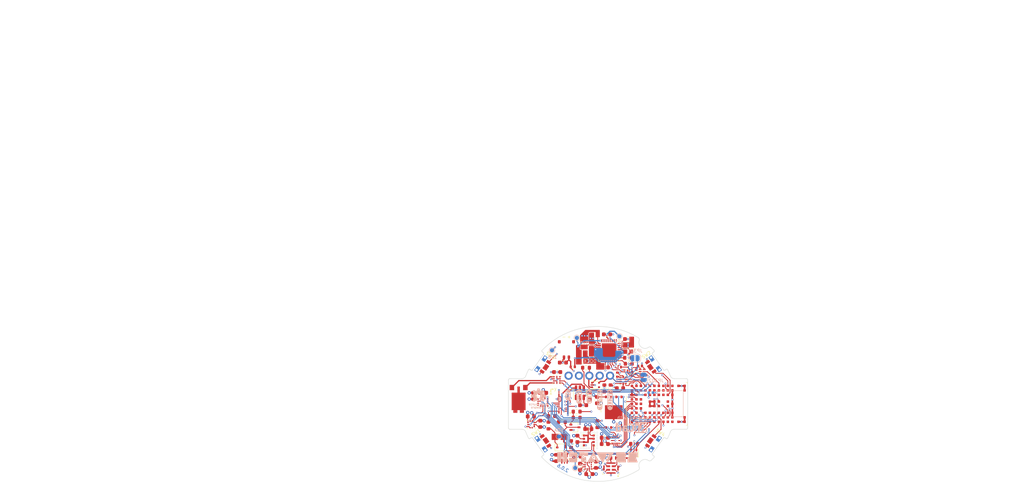
<source format=kicad_pcb>
(kicad_pcb (version 20240108) (generator "pcbnew") (generator_version "8.0")
  (title_block (title "ZSWatch v2") (date "2024-07-23") (rev "6") (company "github.com/jakkra/ZSWatch-HW"))
  (layers (0 "F.Cu" signal) (1 "In1.Cu" power "Inner1") (2 "In2.Cu" power "Inner2") (31 "B.Cu" signal) (34 "B.Paste" user) (35 "F.Paste" user) (36 "B.SilkS" user "B.Silkscreen") (37 "F.SilkS" user "F.Silkscreen") (38 "B.Mask" user) (39 "F.Mask" user) (44 "Edge.Cuts" user))
  (net 0 "")
  (net 1 "/MCU/V_{BUS}")
  (net 2 "GND")
  (net 3 "+1V8")
  (net 4 "LEDK2")
  (net 5 "LEDK1")
  (net 6 "BTN-3")
  (net 7 "/MCU/LIS2MDL-INT")
  (net 8 "SEL-SWD")
  (net 9 "DISPLAY-BLK")
  (net 10 "QSPI-CS")
  (net 11 "QSPI-IO1")
  (net 12 "QSPI-IO2")
  (net 13 "QSPI-IO0")
  (net 14 "QSPI-CLK")
  (net 15 "QSPI-IO3")
  (net 16 "USB-D_P")
  (net 17 "USB-D_N")
  (net 18 "TOUCH-INT")
  (net 19 "TOUCH-SCL")
  (net 20 "TOUCH-SDA")
  (net 21 "TOUCH-RST")
  (net 22 "DISPLAY-EN")
  (net 23 "VIB-EN")
  (net 24 "VIB-PWM")
  (net 25 "Net-(BZ301--)")
  (net 26 "Net-(MK201-VDD)")
  (net 27 "Net-(IC204-C1)")
  (net 28 "Net-(IC101-SW1)")
  (net 29 "Net-(IC101-SW2)")
  (net 34 "Net-(IC101-VSET2)")
  (net 35 "Net-(IC101-VSET1)")
  (net 36 "RESETn")
  (net 37 "DISPLAY-CS")
  (net 38 "DISPLAY-CLK")
  (net 39 "+3V0")
  (net 58 "Net-(IC302-ISET)")
  (net 59 "Net-(IC304-~{OE})")
  (net 60 "Net-(IC305-B4)")
  (net 61 "Net-(IC305-B3)")
  (net 62 "Net-(IC305-B2)")
  (net 63 "Net-(IC305-B1)")
  (net 64 "DISPLAY-DC")
  (net 65 "Net-(IC306-OUT-)")
  (net 66 "DISPLAY-RST")
  (net 67 "/MCU/SENSOR-SDA")
  (net 68 "/MCU/SENSOR-SCL")
  (net 69 "Net-(IC306-OUT+)")
  (net 71 "DISPLAY-DATA")
  (net 73 "/MCU/PMIC-INT")
  (net 80 "/MCU/BMI270-INT2")
  (net 81 "/MCU/BMI270-INT1")
  (net 83 "/MCU/MIC-CLK")
  (net 86 "BUZZER")
  (net 88 "/MCU/MIC-DATA")
  (net 89 "/MCU/MIC-EN")
  (net 98 "BTN-4")
  (net 99 "BTN-1")
  (net 100 "BTN-2")
  (net 101 "Net-(Q301-B)")
  (net 103 "SWDCLK")
  (net 104 "SWDIO")
  (net 105 "D_N{slash}SWDIO")
  (net 106 "D_P{slash}SWDCLK")
  (net 108 "/MCU/V_SWITCH")
  (net 109 "nRTC-INT")
  (net 112 "Net-(IC307-SCL)")
  (net 113 "Net-(IC307-SDA)")
  (net 114 "Net-(D302-K)")
  (net 115 "/MCU/V_{BUS}-MCU")
  (net 116 "/MCU/V_{BAT}")
  (net 117 "Net-(IC101-V_{BAT})")
  (net 118 "Net-(BZ301-+)")
  (net 119 "Net-(IC101-LSOUT1{slash}VOUTLDO1)")
  (net 120 "/Power Management/V_{SYS}")
  (footprint "Capacitor_SMD:C_0603_1608Metric" (layer "F.Cu") (at 150.749 102.574 180)
    (property "Reference" "C103" (hide yes))
    (property "Value" "2u2" (hide yes))
  )
  (footprint "Resistor_SMD:R_0603_1608Metric" (layer "F.Cu") (at 162.433 108.903 90)
    (property "Reference" "R308" (hide yes))
    (property "Value" "270R" (hide yes))
  )
  (footprint "Knowles:SPK0641HT4H-1" (layer "F.Cu") (at 162.527 128.438 90)
    (property "Reference" "MK201" (hide yes))
    (property "Value" "SPK0641HT4H-1" (hide yes))
  )
  (footprint "Capacitor_SMD:C_0603_1608Metric" (layer "F.Cu") (at 149.098 125.9715 -90)
    (property "Reference" "C201" (hide yes))
    (property "Value" "100n" (hide yes))
  )
  (footprint "Molex:78171-0002" (layer "F.Cu") (at 151.61481 99.374 180)
    (property "Reference" "X101" (hide yes))
    (property "Value" "BATTERY" (hide yes))
  )
  (footprint "Resistor_SMD:R_0603_1608Metric" (layer "F.Cu") (at 152.7556 122.5926 -90)
    (property "Reference" "R303" (hide yes))
    (property "Value" "4k7" (hide yes))
  )
  (footprint "Package_QFN:XQFN-12-1.7x2mm_P0.4mm" (layer "F.Cu") (at 163.6776 121.693 90)
    (property "Reference" "IC305" (hide yes))
    (property "Value" "NTS0104GU12" (hide yes))
  )
  (footprint "Package_DFN_QFN:QFN-32-1EP_5x5mm_P0.5mm_EP3.6x3.6mm" (layer "F.Cu") (at 162.07419 99.658)
    (property "Reference" "IC101" (hide yes))
    (property "Value" "nPM1300-QEXX" (hide yes))
  )
  (footprint "Capacitor_SMD:C_0603_1608Metric" (layer "F.Cu") (at 145.9 110 180)
    (property "Reference" "C202" (hide yes))
    (property "Value" "100n" (hide yes))
  )
  (footprint "Capacitor_SMD:C_0603_1608Metric" (layer "F.Cu") (at 155.702 113.03)
    (property "Reference" "C301" (hide yes))
    (property "Value" "1u" (hide yes))
  )
  (footprint "E-Switch:TL6340AF160Q_Modified" (layer "F.Cu") (at 145.37817 102.882285 -125)
    (property "Reference" "S303" (hide yes))
    (property "Value" "SW3")
  )
  (footprint "Capacitor_SMD:C_0603_1608Metric" (layer "F.Cu") (at 142.9 115.8 180)
    (property "Reference" "C207" (hide yes))
    (property "Value" "100n" (hide yes))
  )
  (footprint "Capacitor_SMD:C_0603_1608Metric" (layer "F.Cu") (at 161.0215 122.555 180)
    (property "Reference" "C304" (hide yes))
    (property "Value" "100n" (hide yes))
  )
  (footprint "Capacitor_SMD:C_0603_1608Metric" (layer "F.Cu") (at 159.1 111.775 -90)
    (property "Reference" "C302" (hide yes))
    (property "Value" "100n" (hide yes))
  )
  (footprint "Package_LGA:Bosch_LGA-14_3x2.5mm_P0.5mm_LayoutBorder3x4y" (layer "F.Cu") (at 145.8455 112.2925 180)
    (property "Reference" "IC202" (hide yes))
    (property "Value" "BMI270" (hide yes))
  )
  (footprint "Resistor_SMD:R_0402_1005Metric" (layer "F.Cu") (at 153.162 103.632)
    (property "Reference" "R103" (hide yes))
    (property "Value" "0R" (hide yes))
  )
  (footprint "Resistor_SMD:R_0603_1608Metric" (layer "F.Cu") (at 159.2 117.675 -90)
    (property "Reference" "R302" (hide yes))
    (property "Value" "100k" (hide yes))
  )
  (footprint "Resistor_SMD:R_0603_1608Metric" (layer "F.Cu") (at 156.4132 103.8352)
    (property "Reference" "R305" (hide yes))
    (property "Value" "100k" (hide yes))
  )
  (footprint "E-Switch:TL6340AF160Q_Modified" (layer "F.Cu") (at 173.355 102.87 125)
    (property "Reference" "S302" (hide yes))
    (property "Value" "SW2")
  )
  (footprint "Resistor_SMD:R_0603_1608Metric" (layer "F.Cu") (at 168.2 122.5 180)
    (property "Reference" "R201" (hide yes))
    (property "Value" "150k" (hide yes))
  )
  (footprint "Micro Crystal:RV-8263-C8" (layer "F.Cu") (at 170.18 105.0544 180)
    (property "Reference" "IC307" (hide yes))
    (property "Value" "RV-8263-C8" (hide yes))
  )
  (footprint "LED_SMD:LED_0603_1608Metric" (layer "F.Cu") (at 148 115.7 180)
    (property "Reference" "D302" (hide yes))
    (property "Value" "~" (hide yes))
  )
  (footprint "Capacitor_SMD:C_0603_1608Metric" (layer "F.Cu") (at 149.352 104.902)
    (property "Reference" "C306" (hide yes))
    (property "Value" "100n" (hide yes))
  )
  (footprint "Resistor_SMD:R_0603_1608Metric" (layer "F.Cu") (at 154.2288 125.6284 180)
    (property "Reference" "R304" (hide yes))
    (property "Value" "4k7" (hide yes))
  )
  (footprint "Vybronics:VZ30C1T8219732L" (layer "F.Cu") (at 139.9 111.8 90)
    (property "Reference" "M302" (hide yes))
    (property "Value" "Vibration Motor" (hide yes))
  )
  (footprint "Resistor_SMD:R_0603_1608Metric" (layer "F.Cu") (at 160.909 108.903 -90)
    (property "Reference" "R312" (hide yes))
    (property "Value" "100R" (hide yes))
  )
  (footprint "Resistor_SMD:R_0402_1005Metric" (layer "F.Cu") (at 164.084 105.537 90)
    (property "Reference" "R310" (hide yes))
    (property "Value" "0R" (hide yes))
  )
  (footprint "Package_SOT_SMD:SOT-883" (layer "F.Cu") (at 164.6174 103.6828)
    (property "Reference" "Q302" (hide yes))
    (property "Value" "PMZ550UNEYL" (hide yes))
  )
  (footprint "Package_LGA:Bosch_LGA-10_2x2mm_P0.5mm_ClockwisePinNumbering" (layer "F.Cu") (at 142.9625 117.779)
    (property "Reference" "IC203" (hide yes))
    (property "Value" "BMP581" (hide yes))
  )
  (footprint "Package_LGA:LGA-12_2x2mm_P0.5mm" (layer "F.Cu") (at 156.96 127.8885 -90)
    (property "Reference" "IC204" (hide yes))
    (property "Value" "LIS2MDLTR" (hide yes))
  )
  (footprint "Resistor_SMD:R_0603_1608Metric" (layer "F.Cu") (at 166.878 102.87 180)
    (property "Reference" "R102" (hide yes))
    (property "Value" "150k" (hide yes))
  )
  (footprint "Capacitor_SMD:C_0603_1608Metric" (layer "F.Cu") (at 166.72781 96.804)
    (property "Reference" "C110" (hide yes))
    (property "Value" "1u" (hide yes))
  )
  (footprint "EastRising:ER-CON0.4-24P" (layer "F.Cu") (at 150.865056 112.719 90)
    (property "Reference" "X302" (hide yes))
    (property "Value" "GC9A01A_CST816S" (hide yes))
  )
  (footprint "Package_QFN:WQFN-10_2x2mm_P0.5mm" (layer "F.Cu") (at 149.268 106.819 180)
    (property "Reference" "IC306" (hide yes))
    (property "Value" "DRV2603RUNT" (hide yes))
  )
  (footprint "Package_SON:WSON-8-1EP_8x6mm_P1.27mm_EP3.4x4.3mm" (layer "F.Cu") (at 163.2 114.75 90)
    (property "Reference" "IC303" (hide yes))
    (property "Value" "MX25U51245GZ4I00" (hide yes))
  )
  (footprint "Capacitor_SMD:C_0603_1608Metric" (layer "F.Cu") (at 157.83781 101.236 -90)
    (property "Reference" "C106" (hide yes))
    (property "Value" "10u" (hide yes))
  )
  (footprint "Package_LGA:Bosch_LGA-8_3x3mm_P0.8mm_ClockwisePinNumbering" (layer "F.Cu") (at 157.099 121.666 -90)
    (property "Reference" "IC205" (hide yes))
    (property "Value" "BME688" (hide yes))
  )
  (footprint "Inductor_SMD:L_0806_2016" (layer "F.Cu") (at 155.42481 100.487)
    (property "Reference" "L101" (hide yes))
    (property "Value" "2u2" (hide yes))
  )
  (footprint "Capacitor_SMD:C_0603_1608Metric" (layer "F.Cu") (at 157.83781 98.201 90)
    (property "Reference" "C104" (hide yes))
    (property "Value" "10u" (hide yes))
  )
  (footprint "Capacitor_SMD:C_0402_1005Metric" (layer "F.Cu") (at 169.644 103.4288)
    (property "Reference" "C307" (hide yes))
    (property "Value" "100n" (hide yes))
  )
  (footprint "E-Switch:TL6340AF160Q_Modified" (layer "F.Cu") (at 145.415 122.555 -55)
    (property "Reference" "S301" (hide yes))
    (property "Value" "SW1")
  )
  (footprint "Diode_SMD:D_SOD-323" (layer "F.Cu") (at 150.4102 123.4)
    (property "Reference" "D301" (hide yes))
    (property "Value" "BAS316" (hide yes))
  )
  (footprint "Package_TO_SOT_SMD:SOT-323_SC-70" (layer "F.Cu") (at 153.7 118.45)
    (property "Reference" "Q301" (hide yes))
    (property "Value" "BC817W" (hide yes))
  )
  (footprint "Resistor_SMD:R_0603_1608Metric" (layer "F.Cu") (at 154.115 116.1 180)
    (property "Reference" "R307" (hide yes))
    (property "Value" "150k" (hide yes))
  )
  (footprint "Capacitor_SMD:C_0603_1608Metric" (layer "F.Cu") (at 158.496 95.758 180)
    (property "Reference" "C107" (hide yes))
    (property "Value" "10u" (hide yes))
  )
  (footprint "Capacitor_SMD:C_0603_1608Metric" (layer "F.Cu") (at 155.575 102.265)
    (property "Reference" "C105" (hide yes))
    (property "Value" "10u" (hide yes))
  )
  (footprint "Capacitor_SMD:C_0603_1608Metric" (layer "F.Cu") (at 161.544 95.661)
    (property "Reference" "C108" (hide yes))
    (property "Value" "10u" (hide yes))
  )
  (footprint "Package_TO_SOT_SMD:TSOT-23-6" (layer "F.Cu") (at 154.918 109.969 90)
    (property "Reference" "IC302" (hide yes))
    (property "Value" "FAN5622SX" (hide yes))
  )
  (footprint "E-Switch:TL6340AF160Q_Modified" (layer "F.Cu") (at 173.355 122.555 55)
    (property "Reference" "S304" (hide yes))
    (property "Value" "SW4")
  )
  (footprint "Package_SOT_SMD:SOT-883" (layer "F.Cu") (at 166.243 104.6226)
    (property "Reference" "Q303" (hide yes))
    (property "Value" "PMZ550UNEYL" (hide yes))
  )
  (footprint "Resistor_SMD:R_0603_1608Metric" (layer "F.Cu") (at 147.2125 118 -90)
    (property "Reference" "R401" (hide yes))
    (property "Value" "0R" (hide yes))
  )
  (footprint "Capacitor_SMD:C_0603_1608Metric" (layer "F.Cu") (at 161.0215 121.031 180)
    (property "Reference" "C305" (hide yes))
    (property "Value" "100n" (hide yes))
  )
  (footprint "Inductor_SMD:L_0806_2016" (layer "F.Cu") (at 155.93281 97.947 -90)
    (property "Reference" "L102" (hide yes))
    (property "Value" "2u2" (hide yes))
  )
  (footprint "Capacitor_SMD:C_0603_1608Metric" (layer "F.Cu") (at 158.8516 127.635 90)
    (property "Reference" "C209" (hide yes))
    (property "Value" "10u" (hide yes))
  )
  (footprint "Capacitor_SMD:C_0603_1608Metric" (layer "F.Cu") (at 165.96581 99.09 90)
    (property "Reference" "C109" (hide yes))
    (property "Value" "10u" (hide yes))
  )
  (footprint "Capacitor_SMD:C_0603_1608Metric" (layer "F.Cu") (at 156.972 118.872 180)
    (property "Reference" "C212" (hide yes))
    (property "Value" "100n" (hide yes))
  )
  (footprint "Capacitor_SMD:C_0603_1608Metric" (layer "F.Cu") (at 154.305 121.285 90)
    (property "Reference" "C210" (hide yes))
    (property "Value" "100n" (hide yes))
  )
  (footprint "Capacitor_SMD:C_0603_1608Metric" (layer "F.Cu") (at 157.226 129.921 180)
    (property "Reference" "C211" (hide yes))
    (property "Value" "100n" (hide yes))
  )
  (footprint "Capacitor_SMD:C_0603_1608Metric" (layer "F.Cu") (at 154.94 128.1315 -90)
    (property "Reference" "C208" (hide yes))
    (property "Value" "220n" (hide yes))
  )
  (footprint "Package_TO_SOT_SMD:SOT-323_SC-70" (layer "F.Cu") (at 168.1 125 -90)
    (property "Reference" "Q201" (hide yes))
    (property "Value" "DMG1013UW-7" (hide yes))
  )
  (footprint "Resistor_SMD:R_0402_1005Metric" (layer "F.Cu") (at 168.7068 104.8512 -90)
    (property "Reference" "R313" (hide yes))
    (property "Value" "4k7" (hide yes))
  )
  (footprint "uBlox:NORA-B106" (layer "F.Cu") (at 174.568598 112.697798)
    (property "Reference" "M301" (hide yes))
    (property "Value" "NORA-B106" (hide yes))
  )
  (footprint "CUI Devices:CMT-322-65-SMT-TR" (layer "F.Cu") (at 149.9 120.8 90)
    (property "Reference" "BZ301" (hide yes))
    (property "Value" "Buzzer" (hide yes))
  )
  (footprint "Broadcom:Broadcom_DFN-6_2x2mm_P0.65mm" (layer "F.Cu") (at 151.13 125.984 -90)
    (property "Reference" "IC201" (hide yes))
    (property "Value" "APDS-9306-065" (hide yes))
  )
  (footprint "Resistor_SMD:R_0603_1608Metric" (layer "F.Cu") (at 154.115 114.6 180)
    (property "Reference" "R311" (hide yes))
    (property "Value" "180R" (hide yes))
  )
  (footprint "Capacitor_SMD:C_0603_1608Metric" (layer "F.Cu") (at 167.513 99.09 90)
    (property "Reference" "C101" (hide yes))
    (property "Value" "1u" (hide yes))
  )
  (footprint "Capacitor_SMD:C_0603_1608Metric" (layer "F.Cu") (at 161.04919 103.759 180)
    (property "Reference" "C102" (hide yes))
    (property "Value" "100n" (hide yes))
  )
  (footprint "Capacitor_SMD:C_0603_1608Metric" (layer "F.Cu") (at 143.5 110.7675 -90)
    (property "Reference" "C203" (hide yes))
    (property "Value" "100n" (hide yes))
  )
  (footprint "Resistor_SMD:R_0603_1608Metric" (layer "F.Cu") (at 166.72281 101.408 180)
    (property "Reference" "R101" (hide yes))
    (property "Value" "47k" (hide yes))
  )
  (footprint "Package_QFN:UQFN-10_1.55x2.05mm_P0.5mm" (layer "F.Cu") (at 165.516 106.946 180)
    (property "Reference" "IC304" (hide yes))
    (property "Value" "TS3USB221A" (hide yes))
  )
  (footprint "Capacitor_SMD:C_0603_1608Metric" (layer "F.Cu") (at 164.7444 108.8644 180)
    (property "Reference" "C303" (hide yes))
    (property "Value" "100n" (hide yes))
  )
  (footprint "Capacitor_SMD:C_0603_1608Metric" (layer "F.Cu") (at 163.182 125.984 180)
    (property "Reference" "C204" (hide yes))
    (property "Value" "100n" (hide yes))
  )
  (footprint "Resistor_SMD:R_0603_1608Metric" (layer "F.Cu") (at 157.353 110.744 90)
    (property "Reference" "R301" (hide yes))
    (property "Value" "12k" (hide yes))
  )
  (footprint "Resistor_SMD:R_0603_1608Metric" (layer "F.Cu") (at 150.5 117.1702)
    (property "Reference" "R314" (hide yes))
    (property "Value" "220R" (hide yes))
  )
  (footprint "Package_TO_SOT_SMD:SOT-665" (layer "F.Cu") (at 158.75 108.077)
    (property "Reference" "IC301" (hide yes))
    (property "Value" "ESDALC6V1W5" (hide yes))
  )
  (footprint "Resistor_SMD:R_0402_1005Metric" (layer "F.Cu") (at 167.7 105.3592 -90)
    (property "Reference" "R309" (hide yes))
    (property "Value" "4k7" (hide yes))
  )
  (footprint "Capacitor_SMD:C_0603_1608Metric" (layer "F.Cu") (at 145.2 117.6 90)
    (property "Reference" "C206" (hide yes))
    (property "Value" "100n" (hide yes))
  )
  (footprint "LOGO" (layer "B.Cu") (at 167.386 118.237 180)
    (property "Reference" "G***" (hide yes))
    (property "Value" "LOGO" (hide yes))
  )
  (footprint "TestPoint:TestPoint_Pad_D1.0mm" (layer "B.Cu") (at 153.7716 128.4224 -90)
    (property "Reference" "TP201" (hide yes))
    (property "Value" "SCL")
  )
  (footprint "Pomagtor:RD90_LZH0230529-004_DJ-5PIN_PH2_54" (layer "B.Cu") (at 157.226 105.791 180)
    (property "Reference" "X301" (hide yes))
    (property "Value" "DOCK")
  )
  (footprint "LOGO" (layer "B.Cu") (at 144.78 111.379 180)
    (property "Reference" "G***" (hide yes))
    (property "Value" "LOGO" (hide yes))
  )
  (footprint "project:Logo" (layer "B.Cu") (at 159.311 125.73 180)
    (property "Reference" "G***" (hide yes))
    (property "Value" "LOGO" (hide yes))
  )
  (footprint "kibuzzard-656642B5" (layer "B.Cu") (at 152.019 110.49 -90)
    (property "Reference" "kibuzzard-656642B5" (hide yes))
    (property "Value" "G***" (hide yes))
  )
  (footprint "kibuzzard-6616D313" (layer "B.Cu") (at 157.226 110.871 -90)
    (property "Reference" "kibuzzard-6616D313" (hide yes))
    (property "Value" "G***" (hide yes))
  )
  (footprint "TestPoint:TestPoint_Pad_D1.0mm" (layer "B.Cu") (at 164.592 96.139 180)
    (property "Reference" "TP103" (hide yes))
    (property "Value" "3V3")
  )
  (footprint "TestPoint:TestPoint_Pad_D1.0mm" (layer "B.Cu") (at 154.178 96.52 180)
    (property "Reference" "TP102" (hide yes))
    (property "Value" "3V0")
  )
  (footprint "TestPoint:TestPoint_Pad_D1.0mm" (layer "B.Cu") (at 149.7584 120.7008)
    (property "Reference" "TP202" (hide yes))
    (property "Value" "SDA")
  )
  (footprint "kibuzzard-65664337" (layer "B.Cu") (at 159.766 111.633 -90)
    (property "Reference" "kibuzzard-65664337" (hide yes))
    (property "Value" "G***" (hide yes))
  )
  (footprint "Jumper:SolderJumper-2_P1.3mm_Open_RoundedPad1.0x1.5mm" (layer "B.Cu") (at 170.55 106.2 -90)
    (property "Reference" "JP302")
    (property "Value" "~" (hide yes))
  )
  (footprint "TestPoint:TestPoint_Pad_D1.0mm" (layer "B.Cu") (at 148.082 99.568 -90)
    (property "Reference" "TP101" (hide yes))
    (property "Value" "1V8")
  )
  (footprint "kibuzzard-656642E4" (layer "B.Cu") (at 154.686 110.871 -90)
    (property "Reference" "kibuzzard-656642E4" (hide yes))
    (property "Value" "G***" (hide yes))
  )
  (footprint "Resistor_SMD:R_0402_1005Metric" (layer "B.Cu") (at 172.2628 109.947798)
    (property "Reference" "R306" (hide yes))
    (property "Value" "0R" (hide yes))
  )
  (footprint "kibuzzard-65664342" (layer "B.Cu") (at 162.306 111.633 -90)
    (property "Reference" "kibuzzard-65664342" (hide yes))
    (property "Value" "G***" (hide yes))
  )
  (footprint "Jumper:SolderJumper-2_P1.3mm_Open_RoundedPad1.0x1.5mm" (layer "B.Cu") (at 168.4 101.5)
    (property "Reference" "JP301")
    (property "Value" "~" (hide yes))
  )
  (gr_line (start 173.85 115.85) (end 173.85 109.45) (stroke (width 0.1)) (layer "B.SilkS"))
  (gr_line (start 173.85 109.45) (end 180.25 109.45) (stroke (width 0.1)) (layer "B.SilkS"))
  (gr_line (start 180.25 109.45) (end 180.25 115.85) (stroke (width 0.1)) (layer "B.SilkS"))
  (gr_line (start 180.25 115.85) (end 173.85 115.85) (stroke (width 0.1)) (layer "B.SilkS"))
  (gr_line (start 148.408 109.119) (end 148.154 109.246) (stroke (width 0.15)) (layer "F.SilkS"))
  (gr_line (start 148.408 109.119) (end 147.773 109.119) (stroke (width 0.15)) (layer "F.SilkS"))
  (gr_line (start 147.773 109.754) (end 147.773 109.119) (stroke (width 0.15)) (layer "F.SilkS"))
  (gr_line (start 152.1 116.3) (end 152.527 116.3) (stroke (width 0.1)) (layer "F.SilkS"))
  (gr_line (start 156.718 109.1) (end 158.7 109.1) (stroke (width 0.1)) (layer "F.SilkS"))
  (gr_line (start 156.718 116.3) (end 158.3 116.3) (stroke (width 0.1)) (layer "F.SilkS"))
  (gr_line (start 147.773 109.754) (end 147.9 109.5) (stroke (width 0.15)) (layer "F.SilkS"))
  (gr_line (start 147.773 109.754) (end 147.646 109.5) (stroke (width 0.15)) (layer "F.SilkS"))
  (gr_line (start 148.408 109.119) (end 148.154 108.992) (stroke (width 0.15)) (layer "F.SilkS"))
  (gr_line (start 152.1 109.1) (end 153.162 109.1) (stroke (width 0.1)) (layer "F.SilkS"))
  (gr_circle (center 155.194 123.571) (end 155.394 123.571) (stroke (width 0.05)) (fill none) (layer "Edge.Cuts"))
  (gr_line (start 175.385158 121.098176) (end 172.71802 124.907228) (stroke (width 0.1)) (layer "Edge.Cuts"))
  (gr_circle (center 155.194 120.396) (end 155.394 120.396) (stroke (width 0.05)) (fill none) (layer "Edge.Cuts"))
  (gr_line (start 143.344842 104.339824) (end 146.01198 100.530772) (stroke (width 0.1)) (layer "Edge.Cuts"))
  (gr_line (start 176.000259 121.162643) (end 175.802976 121.024504) (stroke (width 0.1)) (layer "Edge.Cuts"))
  (gr_arc (start 146.01198 124.907228) (mid 146.061667 125.131393) (end 145.938308 125.325047) (stroke (width 0.1)) (layer "Edge.Cuts"))
  (gr_arc (start 176.389789 121.154553) (mid 176.260056 121.259558) (end 176.095865 121.229588) (stroke (width 0.1)) (layer "Edge.Cuts"))
  (gr_circle (center 159.131 120.396) (end 159.331 120.396) (stroke (width 0.05)) (fill none) (layer "Edge.Cuts"))
  (gr_arc (start 137.409089 106.82) (mid 137.496957 106.607868) (end 137.709089 106.52) (stroke (width 0.1)) (layer "Edge.Cuts"))
  (gr_line (start 145.741026 99.974814) (end 145.645419 99.90787) (stroke (width 0.1)) (layer "Edge.Cuts"))
  (gr_line (start 172.988974 125.463186) (end 173.084581 125.53013) (stroke (width 0.1)) (layer "Edge.Cuts"))
  (gr_circle (center 155.829 119.761) (end 156.029 119.761) (stroke (width 0.05)) (fill none) (layer "Edge.Cuts"))
  (gr_arc (start 145.615403 99.606008) (mid 156.884244 93.881595) (end 169.250904 96.493376) (stroke (width 0.1)) (layer "Edge.Cuts"))
  (gr_circle (center 159.131 122.301) (end 159.331 122.301) (stroke (width 0.05)) (fill none) (layer "Edge.Cuts"))
  (gr_arc (start 173.084581 125.53013) (mid 173.168932 125.674166) (end 173.114597 125.831992) (stroke (width 0.1)) (layer "Edge.Cuts"))
  (gr_circle (center 159.131 119.761) (end 159.331 119.761) (stroke (width 0.05)) (fill none) (layer "Edge.Cuts"))
  (gr_arc (start 169.250904 96.493376) (mid 169.46236 96.754324) (end 169.461025 97.09019) (stroke (width 0.1)) (layer "Edge.Cuts"))
  (gr_circle (center 157.861 119.761) (end 158.061 119.761) (stroke (width 0.05)) (fill none) (layer "Edge.Cuts"))
  (gr_arc (start 169.461025 128.34781) (mid 169.96342 126.644708) (end 171.738816 126.614255) (stroke (width 0.1)) (layer "Edge.Cuts"))
  (gr_arc (start 141.642951 105.879999) (mid 141.275684 106.34462) (end 140.709998 106.52) (stroke (width 0.1)) (layer "Edge.Cuts"))
  (gr_arc (start 137.709089 118.92) (mid 137.496957 118.832132) (end 137.409089 118.62) (stroke (width 0.1)) (layer "Edge.Cuts"))
  (gr_line (start 172.370041 98.867254) (end 173.114597 99.606008) (stroke (width 0.1)) (layer "Edge.Cuts"))
  (gr_line (start 178.024102 106.519) (end 181.025011 106.519) (stroke (width 0.1)) (layer "Edge.Cuts"))
  (gr_line (start 176.000259 104.275357) (end 176.095865 104.208412) (stroke (width 0.1)) (layer "Edge.Cuts"))
  (gr_arc (start 169.250904 128.944624) (mid 156.884244 131.556405) (end 145.615403 125.831992) (stroke (width 0.1)) (layer "Edge.Cuts"))
  (gr_circle (center 159.131 123.571) (end 159.331 123.571) (stroke (width 0.05)) (fill none) (layer "Edge.Cuts"))
  (gr_line (start 181.325011 106.819) (end 181.325011 118.619) (stroke (width 0.1)) (layer "Edge.Cuts"))
  (gr_line (start 176.095865 121.229588) (end 176.000259 121.162643) (stroke (width 0.1)) (layer "Edge.Cuts"))
  (gr_line (start 140.709998 118.92) (end 137.709089 118.92) (stroke (width 0.1)) (layer "Edge.Cuts"))
  (gr_circle (center 156.464 119.761) (end 156.664 119.761) (stroke (width 0.05)) (fill none) (layer "Edge.Cuts"))
  (gr_circle (center 159.131 122.936) (end 159.331 122.936) (stroke (width 0.05)) (fill none) (layer "Edge.Cuts"))
  (gr_arc (start 140.709998 118.92) (mid 141.275685 119.095378) (end 141.642951 119.560001) (stroke (width 0.1)) (layer "Edge.Cuts"))
  (gr_arc (start 176.095865 104.208412) (mid 176.260056 104.178441) (end 176.389789 104.283447) (stroke (width 0.1)) (layer "Edge.Cuts"))
  (gr_arc (start 172.791692 125.325047) (mid 172.668333 125.131394) (end 172.71802 124.907228) (stroke (width 0.1)) (layer "Edge.Cuts"))
  (gr_circle (center 156.464 123.571) (end 156.664 123.571) (stroke (width 0.05)) (fill none) (layer "Edge.Cuts"))
  (gr_line (start 145.645419 125.53013) (end 145.741026 125.463186) (stroke (width 0.1)) (layer "Edge.Cuts"))
  (gr_arc (start 141.642951 105.879999) (mid 141.975326 105.074177) (end 142.344311 104.284447) (stroke (width 0.1)) (layer "Edge.Cuts"))
  (gr_line (start 175.802976 104.413496) (end 176.000259 104.275357) (stroke (width 0.1)) (layer "Edge.Cuts"))
  (gr_line (start 181.025011 118.919) (end 178.024102 118.919) (stroke (width 0.1)) (layer "Edge.Cuts"))
  (gr_circle (center 155.829 123.571) (end 156.029 123.571) (stroke (width 0.05)) (fill none) (layer "Edge.Cuts"))
  (gr_arc (start 175.802976 104.413496) (mid 175.578807 104.463207) (end 175.385158 104.339824) (stroke (width 0.1)) (layer "Edge.Cuts"))
  (gr_arc (start 172.71802 100.530772) (mid 172.668333 100.306607) (end 172.791692 100.112953) (stroke (width 0.1)) (layer "Edge.Cuts"))
  (gr_circle (center 158.496 119.761) (end 158.696 119.761) (stroke (width 0.05)) (fill none) (layer "Edge.Cuts"))
  (gr_line (start 142.634135 104.208412) (end 142.729741 104.275357) (stroke (width 0.1)) (layer "Edge.Cuts"))
  (gr_arc (start 172.370041 126.570746) (mid 172.062186 126.705038) (end 171.738816 126.614255) (stroke (width 0.1)) (layer "Edge.Cuts"))
  (gr_arc (start 142.638235 121.230588) (mid 142.474043 121.260565) (end 142.344311 121.155553) (stroke (width 0.1)) (layer "Edge.Cuts"))
  (gr_line (start 172.988974 99.974814) (end 172.791692 100.112953) (stroke (width 0.1)) (layer "Edge.Cuts"))
  (gr_arc (start 173.114597 99.606008) (mid 173.16886 99.763827) (end 173.084581 99.90787) (stroke (width 0.1)) (layer "Edge.Cuts"))
  (gr_line (start 173.084581 99.90787) (end 172.988974 99.974814) (stroke (width 0.1)) (layer "Edge.Cuts"))
  (gr_circle (center 157.099 123.571) (end 157.299 123.571) (stroke (width 0.05)) (fill none) (layer "Edge.Cuts"))
  (gr_arc (start 181.325011 118.619) (mid 181.237142 118.831131) (end 181.025011 118.919) (stroke (width 0.1)) (layer "Edge.Cuts"))
  (gr_line (start 172.71802 100.530772) (end 175.385158 104.339824) (stroke (width 0.1)) (layer "Edge.Cuts"))
  (gr_line (start 173.114597 125.831992) (end 172.370041 126.570746) (stroke (width 0.1)) (layer "Edge.Cuts"))
  (gr_arc (start 178.024102 106.519) (mid 177.458416 106.343621) (end 177.091149 105.878999) (stroke (width 0.1)) (layer "Edge.Cuts"))
  (gr_circle (center 155.194 119.761) (end 155.394 119.761) (stroke (width 0.05)) (fill none) (layer "Edge.Cuts"))
  (gr_line (start 142.927024 121.024504) (end 142.729741 121.162643) (stroke (width 0.1)) (layer "Edge.Cuts"))
  (gr_circle (center 159.131 121.031) (end 159.331 121.031) (stroke (width 0.05)) (fill none) (layer "Edge.Cuts"))
  (gr_line (start 142.729741 104.275357) (end 142.927024 104.413496) (stroke (width 0.1)) (layer "Edge.Cuts"))
  (gr_arc (start 142.927024 121.024504) (mid 143.151193 120.974793) (end 143.344842 121.098176) (stroke (width 0.1)) (layer "Edge.Cuts"))
  (gr_arc (start 145.615403 125.831992) (mid 145.561105 125.674169) (end 145.645419 125.53013) (stroke (width 0.1)) (layer "Edge.Cuts"))
  (gr_arc (start 181.025011 106.519) (mid 181.237142 106.606869) (end 181.325011 106.819) (stroke (width 0.1)) (layer "Edge.Cuts"))
  (gr_arc (start 142.344311 121.155553) (mid 141.975326 120.365823) (end 141.642951 119.560001) (stroke (width 0.1)) (layer "Edge.Cuts"))
  (gr_arc (start 171.738816 98.823745) (mid 172.062185 98.732962) (end 172.370041 98.867254) (stroke (width 0.1)) (layer "Edge.Cuts"))
  (gr_arc (start 177.091149 119.559001) (mid 176.758774 120.364823) (end 176.389789 121.154553) (stroke (width 0.1)) (layer "Edge.Cuts"))
  (gr_line (start 172.791692 125.325047) (end 172.988974 125.463186) (stroke (width 0.1)) (layer "Edge.Cuts"))
  (gr_arc (start 177.091149 119.559001) (mid 177.458416 119.094379) (end 178.024102 118.919) (stroke (width 0.1)) (layer "Edge.Cuts"))
  (gr_line (start 146.01198 124.907228) (end 143.344842 121.098176) (stroke (width 0.1)) (layer "Edge.Cuts"))
  (gr_arc (start 176.389789 104.283447) (mid 176.758774 105.073177) (end 177.091149 105.878999) (stroke (width 0.1)) (layer "Edge.Cuts"))
  (gr_line (start 137.409089 118.62) (end 137.409089 106.82) (stroke (width 0.1)) (layer "Edge.Cuts"))
  (gr_circle (center 159.131 121.666) (end 159.331 121.666) (stroke (width 0.05)) (fill none) (layer "Edge.Cuts"))
  (gr_line (start 145.741026 125.463186) (end 145.938308 125.325047) (stroke (width 0.1)) (layer "Edge.Cuts"))
  (gr_arc (start 143.344842 104.339824) (mid 143.151194 104.463206) (end 142.927024 104.413496) (stroke (width 0.1)) (layer "Edge.Cuts"))
  (gr_arc (start 145.938308 100.112953) (mid 146.061667 100.306606) (end 146.01198 100.530772) (stroke (width 0.1)) (layer "Edge.Cuts"))
  (gr_circle (center 155.194 122.936) (end 155.394 122.936) (stroke (width 0.05)) (fill none) (layer "Edge.Cuts"))
  (gr_arc (start 175.385158 121.098176) (mid 175.578806 120.974794) (end 175.802976 121.024504) (stroke (width 0.1)) (layer "Edge.Cuts"))
  (gr_arc (start 169.461025 128.34781) (mid 169.462361 128.683676) (end 169.250904 128.944624) (stroke (width 0.1)) (layer "Edge.Cuts"))
  (gr_arc (start 142.344311 104.284447) (mid 142.474046 104.179448) (end 142.638235 104.209412) (stroke (width 0.1)) (layer "Edge.Cuts"))
  (gr_line (start 145.938308 100.112953) (end 145.741026 99.974814) (stroke (width 0.1)) (layer "Edge.Cuts"))
  (gr_arc (start 145.645419 99.90787) (mid 145.561105 99.763831) (end 145.615403 99.606008) (stroke (width 0.1)) (layer "Edge.Cuts"))
  (gr_line (start 137.709089 106.52) (end 140.709998 106.52) (stroke (width 0.1)) (layer "Edge.Cuts"))
  (gr_arc (start 171.738816 98.823745) (mid 169.963394 98.793327) (end 169.461025 97.09019) (stroke (width 0.1)) (layer "Edge.Cuts"))
  (gr_line (start 142.729741 121.162643) (end 142.634135 121.229588) (stroke (width 0.1)) (layer "Edge.Cuts"))
  (gr_text "2.0.${REVISION}" (at 151.892 129.667 330) (layer "B.Cu") (effects (font (size 0.8 0.8) (thickness 0.12)) (justify left bottom mirror)))
  (gr_text "Designed with" (at 163.957 116.078 0) (layer "B.SilkS") (effects (font (size 0.8 0.8) (thickness 0.12)) (justify right mirror)))
  (gr_text "+" (at 152.273 96.266 0) (layer "F.SilkS") (effects (font (size 0.8 0.8) (thickness 0.12))))
  (gr_text "y" (at 148.535 109.4365 0) (layer "F.SilkS") (effects (font (size 0.8 0.8) (thickness 0.12)) (justify left bottom)))
  (gr_text "-" (at 151.003 96.266 0) (layer "F.SilkS") (effects (font (size 0.8 0.8) (thickness 0.12))))
  (gr_text "x" (at 147.392 110.5795 0) (layer "F.SilkS") (effects (font (size 0.8 0.8) (thickness 0.12)) (justify left bottom)))
  (segment (start 167.513 99.865) (end 166.667 100.711) (width 0.4) (layer "F.Cu") (net 1))
  (segment (start 166.7588 99.1108) (end 167.513 99.865) (width 0.2) (layer "F.Cu") (net 1))
  (segment (start 165.006 99.408) (end 165.3032 99.1108) (width 0.2) (layer "F.Cu") (net 1))
  (segment (start 164.52419 99.408) (end 165.006 99.408) (width 0.2) (layer "F.Cu") (net 1))
  (segment (start 165.3032 99.1108) (end 166.7588 99.1108) (width 0.2) (layer "F.Cu") (net 1))
  (via (at 166.667 100.711) (size 0.45) (drill 0.25) (layers "F.Cu" "B.Cu") (net 1))
  (segment (start 177.568603 112.697798) (end 177.568603 113.792) (width 0.4) (layer "F.Cu") (net 2))
  (segment (start 177.568603 110.518996) (end 177.568603 111.671941) (width 0.4) (layer "F.Cu") (net 2))
  (segment (start 170.970629 123.472629) (end 171.487095 122.956163) (width 0.2) (layer "F.Cu") (net 2))
  (segment (start 145.8455 111.38) (end 145.3455 111.38) (width 0.2) (layer "F.Cu") (net 2))
  (segment (start 156.21 128.135) (end 155.7115 128.135) (width 0.2) (layer "F.Cu") (net 2))
  (segment (start 177.568603 113.792) (end 177.568603 114.897799) (width 0.4) (layer "F.Cu") (net 2))
  (segment (start 162.407 125.984) (end 162.407 126.623) (width 0.2) (layer "F.Cu") (net 2))
  (segment (start 170.68 103.9848) (end 170.68 104.2444) (width 0.2) (layer "F.Cu") (net 2))
  (segment (start 167.6686 108.322539) (end 168.765056 109.418995) (width 0.3) (layer "F.Cu") (net 2))
  (segment (start 165.516 105.931) (end 165.3506 105.7656) (width 0.2) (layer "F.Cu") (net 2))
  (segment (start 149.225 111.506) (end 149.412 111.319) (width 0.2) (layer "F.Cu") (net 2))
  (segment (start 151.257 113.919) (end 151.457 113.719) (width 0.2) (layer "F.Cu") (net 2))
  (segment (start 160.236038 120.052962) (end 160.236038 121.033538) (width 0.4) (layer "F.Cu") (net 2))
  (segment (start 156.451 129.921) (end 156.451 129.299) (width 0.2) (layer "F.Cu") (net 2))
  (segment (start 152.273 126.7715) (end 151.78 126.7715) (width 0.2) (layer "F.Cu") (net 2))
  (segment (start 154.918 113.021) (end 154.927 113.03) (width 0.3) (layer "F.Cu") (net 2))
  (segment (start 167.54781 101.408) (end 166.878 101.408) (width 0.2) (layer "F.Cu") (net 2))
  (segment (start 145.3455 111.38) (end 145.3455 110.2205) (width 0.2) (layer "F.Cu") (net 2))
  (segment (start 171.323 101.727) (end 171.323 102.304742) (width 0.2) (layer "F.Cu") (net 2))
  (segment (start 172.0686 113.2478) (end 173.1686 113.2478) (width 0.4) (layer "F.Cu") (net 2))
  (segment (start 142.5075 109.9925) (end 142.5 110) (width 0.4) (layer "F.Cu") (net 2))
  (segment (start 161.544 126.014) (end 162.377 126.014) (width 0.4) (layer "F.Cu") (net 2))
  (segment (start 163.195 117.094) (end 163.2 117.089) (width 0.4) (layer "F.Cu") (net 2))
  (segment (start 180.5686 117.0978) (end 179.832 117.0978) (width 0.4) (layer "F.Cu") (net 2))
  (segment (start 160.344682 128.907818) (end 160.8145 128.438) (width 0.2) (layer "F.Cu") (net 2))
  (segment (start 157.747 119.24) (end 157.353 119.634) (width 0.2) (layer "F.Cu") (net 2))
  (segment (start 156.391199 122.866) (end 155.9115 122.866) (width 0.2) (layer "F.Cu") (net 2))
  (segment (start 160.1 112.55) (end 159.1 112.55) (width 0.4) (layer "F.Cu") (net 2))
  (segment (start 165.516 106.096) (end 165.516 105.931) (width 0.2) (layer "F.Cu") (net 2))
  (segment (start 147.3 113.6) (end 147 113.3) (width 0.2) (layer "F.Cu") (net 2))
  (segment (start 145.1175 109.9925) (end 145.125 110) (width 0.4) (layer "F.Cu") (net 2))
  (segment (start 164.084 105.027) (end 163.961 105.027) (width 0.2) (layer "F.Cu") (net 2))
  (segment (start 170.124 102.7736) (end 170.124 103.4288) (width 0.2) (layer "F.Cu") (net 2))
  (segment (start 145.161 120.142) (end 145.161 120.146647) (width 0.2) (layer "F.Cu") (net 2))
  (segment (start 149.268 107.569) (end 149.268 106.807) (width 0.2) (layer "F.Cu") (net 2))
  (segment (start 143.725 118.279) (end 143.725 117.779) (width 0.2) (layer "F.Cu") (net 2))
  (segment (start 157.226 130.683) (end 157.2 130.683) (width 0.4) (layer "F.Cu") (net 2))
  (segment (start 163.6014 108.8644) (end 163.9694 108.8644) (width 0.2) (layer "F.Cu") (net 2))
  (segment (start 163.195 108.458) (end 163.6014 108.8644) (width 0.2) (layer "F.Cu") (net 2))
  (segment (start 143.5 109.9925) (end 142.5075 109.9925) (width 0.4) (layer "F.Cu") (net 2))
  (segment (start 157.747 118.240053) (end 157.747 118.872) (width 0.4) (layer "F.Cu") (net 2))
  (segment (start 142.125 116.725) (end 142.125 115.8) (width 0.2) (layer "F.Cu") (net 2))
  (segment (start 155.6775 113.03) (end 154.927 113.03) (width 0.3) (layer "F.Cu") (net 2))
  (segment (start 157.353 119.634) (end 157.353 120.142) (width 0.2) (layer "F.Cu") (net 2))
  (segment (start 153.416 120.51) (end 154.305 120.51) (width 0.4) (layer "F.Cu") (net 2))
  (segment (start 151.457 114.119) (end 151.960056 114.119) (width 0.2) (layer "F.Cu") (net 2))
  (segment (start 179.832 108.2978) (end 180.5686 108.2978) (width 0.4) (layer "F.Cu") (net 2))
  (segment (start 148.3365 126.7465) (end 149.098 126.7465) (width 0.4) (layer "F.Cu") (net 2))
  (segment (start 157.677 120.466) (end 158.2865 120.466) (width 0.2) (layer "F.Cu") (net 2))
  (segment (start 149.006 107.069) (end 149.268 106.807) (width 0.2) (layer "F.Cu") (net 2))
  (segment (start 156.451 129.299) (end 156.7225 129.0275) (width 0.2) (layer "F.Cu") (net 2))
  (segment (start 177.568603 110.518996) (end 177.568603 109.418995) (width 0.4) (layer "F.Cu") (net 2))
  (segment (start 154.94 117.74) (end 154.94 117.62262) (width 0.2) (layer "F.Cu") (net 2))
  (segment (start 164.973 121.693) (end 164.5776 121.693) (width 0.2) (layer "F.Cu") (net 2))
  (segment (start 144.763125 118.375) (end 145.2 118.375) (width 0.2) (layer "F.Cu") (net 2))
  (segment (start 145.161 120.146647) (end 145.676891 120.662538) (width 0.2) (layer "F.Cu") (net 2))
  (segment (start 160.2465 121.031) (end 160.2465 122.555) (width 0.4) (layer "F.Cu") (net 2))
  (segment (start 169.40472 110.007061) (end 169.377865 110.007061) (width 0.3) (layer "F.Cu") (net 2))
  (segment (start 148.518 107.069) (end 149.006 107.069) (width 0.2) (layer "F.Cu") (net 2))
  (segment (start 160.236038 121.033538) (end 160.2465 121.044) (width 0.4) (layer "F.Cu") (net 2))
  (segment (start 171.8056 106.0704) (end 171.0596 105.3244) (width 0.2) (layer "F.Cu") (net 2))
  (segment (start 180.5686 115.997802) (end 180.5686 117.0978) (width 0.4) (layer "F.Cu") (net 2))
  (segment (start 150.018 106.569) (end 149.506 106.569) (width 0.2) (layer "F.Cu") (net 2))
  (segment (start 163.961 105.027) (end 163.959 105.029) (width 0.2) (layer "F.Cu") (net 2))
  (segment (start 155.061 121.266) (end 155.9115 121.266) (width 0.2) (layer "F.Cu") (net 2))
  (segment (start 144.167125 117.779) (end 144.763125 118.375) (width 0.2) (layer "F.Cu") (net 2))
  (segment (start 152.7 119.1) (end 153.4 119.1) (width 0.2) (layer "F.Cu") (net 2))
  (segment (start 157.353 120.142) (end 157.677 120.466) (width 0.2) (layer "F.Cu") (net 2))
  (segment (start 155.7115 128.135) (end 154.94 128.9065) (width 0.2) (layer "F.Cu") (net 2))
  (segment (start 151.457 113.719) (end 151.960056 113.719) (width 0.2) (layer "F.Cu") (net 2))
  (segment (start 150.724 102.574) (end 150.724 102.01281) (width 0.4) (layer "F.Cu") (net 2))
  (segment (start 163.068 95.661) (end 162.319 95.661) (width 0.4) (layer "F.Cu") (net 2))
  (segment (start 172.0686 112.147802) (end 173.1686 112.147802) (width 0.4) (layer "F.Cu") (net 2))
  (segment (start 157.2 130.683) (end 156.451 129.934) (width 0.4) (layer "F.Cu") (net 2))
  (segment (start 167.6686 117.097799) (end 168.7686 115.997799) (width 0.4) (layer "F.Cu") (net 2))
  (segment (start 143.5 109.9925) (end 145.1175 109.9925) (width 0.4) (layer "F.Cu") (net 2))
  (segment (start 166.870383 102.854646) (end 166.885737 102.87) (width 0.2) (layer "F.Cu") (net 2))
  (segment (start 163.2 117.089) (end 163.2 114.75) (width 0.4) (layer "F.Cu") (net 2))
  (segment (start 167.6686 117.0978) (end 167.6686 117.729) (width 0.4) (layer "F.Cu") (net 2))
  (segment (start 154.94 116.1) (end 154.94 117.62262) (width 0.2) (layer "F.Cu") (net 2))
  (segment (start 177.568603 114.918997) (end 177.568603 116.018997) (width 0.4) (layer "F.Cu") (net 2))
  (segment (start 162.527 126.743) (end 162.527 127.2255) (width 0.2) (layer "F.Cu") (net 2))
  (segment (start 173.1686 113.2478) (end 173.1686 112.147802) (width 0.4) (layer "F.Cu") (net 2))
  (segment (start 143.725 117.779) (end 144.167125 117.779) (width 0.2) (layer "F.Cu") (net 2))
  (segment (start 177.568603 111.671941) (end 177.568603 112.697798) (width 0.4) (layer "F.Cu") (net 2))
  (segment (start 151.257 113.919) (end 151.457 114.119) (width 0.2) (layer "F.Cu") (net 2))
  (segment (start 164.6936 105.027) (end 164.084 105.027) (width 0.2) (layer "F.Cu") (net 2))
  (segment (start 142.125 114.825) (end 142.125 115.8) (width 0.4) (layer "F.Cu") (net 2))
  (segment (start 179.0686 108.2978) (end 179.832 108.2978) (width 0.4) (layer "F.Cu") (net 2))
  (segment (start 180.565056 109.418998) (end 180.565056 108.318998) (width 0.4) (layer "F.Cu") (net 2))
  (segment (start 156.7225 129.0275) (end 156.7225 128.6475) (width 0.2) (layer "F.Cu") (net 2))
  (segment (start 169.377865 110.007061) (end 168.768601 109.397797) (width 0.3) (layer "F.Cu") (net 2))
  (segment (start 162.527 130.208) (end 162.527 129.6505) (width 0.2) (layer "F.Cu") (net 2))
  (segment (start 159.9438 127.167697) (end 159.636103 126.86) (width 0.4) (layer "F.Cu") (net 2))
  (segment (start 149.506 106.569) (end 149.268 106.807) (width 0.2) (layer "F.Cu") (net 2))
  (segment (start 145.3455 110.2205) (end 145.125 110) (width 0.2) (layer "F.Cu") (net 2))
  (segment (start 163.195 108.458) (end 162.815 108.078) (width 0.2) (layer "F.Cu") (net 2))
  (segment (start 145.034 105.380808) (end 145.640061 104.774747) (width 0.2) (layer "F.Cu") (net 2))
  (segment (start 170.124 103.4288) (end 170.68 103.9848) (width 0.2) (layer "F.Cu") (net 2))
  (segment (start 150.724 102.574) (end 149.974 102.574) (width 0.4) (layer "F.Cu") (net 2))
  (segment (start 165.105 117.705) (end 164.8 117.4) (width 0.3) (layer "F.Cu") (net 2))
  (segment (start 149.3895 104.902) (end 150.127 104.902) (width 0.4) (layer "F.Cu") (net 2))
  (segment (start 173.1686 112.147802) (end 173.1686 111.506) (width 0.4) (layer "F.Cu") (net 2))
  (segment (start 150.724 102.01281) (end 151.01481 101.722) (width 0.4) (layer "F.Cu") (net 2))
  (segment (start 154.93 129.794) (end 154.93 128.9165) (width 0.4) (layer "F.Cu") (net 2))
  (segment (start 165.3506 105.7656) (end 164.8226 105.7656) (width 0.2) (layer "F.Cu") (net 2))
  (segment (start 149.412 111.319) (end 149.770056 111.319) (width 0.2) (layer "F.Cu") (net 2))
  (segment (start 142.2 117.279) (end 142.2 116.8) (width 0.2) (layer "F.Cu") (net 2))
  (segment (start 142.2 116.8) (end 142.125 116.725) (width 0.2) (layer "F.Cu") (net 2))
  (segment (start 164.846 127.8315) (end 164.2395 128.438) (width 0.2) (layer "F.Cu") (net 2))
  (segment (start 149.438 111.719) (end 149.770056 111.719) (width 0.2) (layer "F.Cu") (net 2))
  (segment (start 149.225 111.506) (end 149.438 111.719) (width 0.2) (layer "F.Cu") (net 2))
  (segment (start 154.305 120.51) (end 155.061 121.266) (width 0.2) (layer "F.Cu") (net 2))
  (segment (start 157.304567 117.79762) (end 157.747 118.240053) (width 0.4) (layer "F.Cu") (net 2))
  (segment (start 165.105 118.5) (end 165.105 117.705) (width 0.3) (layer "F.Cu") (net 2))
  (segment (start 147 113.3) (end 147 113.0425) (width 0.2) (layer "F.Cu") (net 2))
  (segment (start 151.01481 101.722) (end 151.01481 101.249) (width 0.4) (layer "F.Cu") (net 2))
  (segment (start 147.955 126.365) (end 148.3365 126.7465) (width 0.4) (layer "F.Cu") (net 2))
  (segment (start 172.0686 113.2478) (end 172.0686 112.147802) (width 0.4) (layer "F.Cu") (net 2))
  (segment (start 157.353 112.395) (end 157.353 111.569) (width 0.2) (layer "F.Cu") (net 2))
  (segment (start 171.323 102.304742) (end 171.487095 102.468837) (width 0.2) (layer "F.Cu") (net 2))
  (segment (start 162.407 126.623) (end 162.527 126.743) (width 0.2) (layer "F.Cu") (net 2))
  (segment (start 146.166 118.375) (end 145.2 118.375) (width 0.4) (layer "F.Cu") (net 2))
  (segment (start 159.636103 126.86) (end 159.017 126.86) (width 0.4) (layer "F.Cu") (net 2))
  (segment (start 157.82 108.077) (end 158.623 108.077) (width 0.3) (layer "F.Cu") (net 2))
  (segment (start 166.885737 102.87) (end 167.703 102.87) (width 0.2) (layer "F.Cu") (net 2))
  (segment (start 164.8226 105.7656) (end 164.084 105.027) (width 0.2) (layer "F.Cu") (net 2))
  (segment (start 149.268 106.069) (end 149.268 106.807) (width 0.2) (layer "F.Cu") (net 2))
  (segment (start 160.236038 122.531538) (end 160.2465 122.542) (width 0.4) (layer "F.Cu") (net 2))
  (segment (start 154.918 111.1065) (end 154.918 113.021) (width 0.3) (layer "F.Cu") (net 2))
  (segment (start 162.815 108.078) (end 162.433 108.078) (width 0.2) (layer "F.Cu") (net 2))
  (segment (start 171.0596 105.3244) (end 170.68 105.3244) (width 0.2) (layer "F.Cu") (net 2))
  (segment (start 157.747 118.872) (end 157.747 119.24) (width 0.2) (layer "F.Cu") (net 2))
  (segment (start 179.0686 117.0978) (end 179.832 117.0978) (width 0.4) (layer "F.Cu") (net 2))
  (via (at 157.304567 117.79762) (size 0.8) (drill 0.4) (layers "F.Cu" "B.Cu") (net 2))
  (via (at 157.226 130.683) (size 0.8) (drill 0.4) (layers "F.Cu" "B.Cu") (net 2))
  (via (at 147.3 113.6) (size 0.45) (drill 0.25) (layers "F.Cu" "B.Cu") (net 2))
  (via (at 151.257 113.919) (size 0.45) (drill 0.25) (layers "F.Cu" "B.Cu") (net 2))
  (via (at 164.846 127.8315) (size 0.45) (drill 0.25) (layers "F.Cu" "B.Cu") (net 2))
  (via (at 166.72019 98.044) (size 0.45) (drill 0.25) (layers "F.Cu" "B.Cu") (net 2))
  (via (at 167.6686 117.729) (size 0.45) (drill 0.25) (layers "F.Cu" "B.Cu") (net 2))
  (via (at 162.527 130.208) (size 0.45) (drill 0.25) (layers "F.Cu" "B.Cu") (net 2))
  (via (at 177.568603 111.671941) (size 0.45) (drill 0.25) (layers "F.Cu" "B.Cu") (net 2))
  (via (at 153.4 119.1) (size 0.45) (drill 0.25) (layers "F.Cu" "B.Cu") (net 2))
  (via (at 156.391199 122.866) (size 0.45) (drill 0.25) (layers "F.Cu" "B.Cu") (net 2))
  (via (at 158.75 97.891) (size 0.45) (drill 0.25) (layers "F.Cu" "B.Cu") (net 2))
  (via (at 157.0736 101.9048) (size 0.45) (drill 0.25) (layers "F.Cu" "B.Cu") (net 2))
  (via (at 149.225 111.506) (size 0.45) (drill 0.25) (layers "F.Cu" "B.Cu") (net 2))
  (via (at 163.068 95.661) (size 0.45) (drill 0.25) (layers "F.Cu" "B.Cu") (net 2))
  (via (at 164.8 117.4) (size 0.8) (drill 0.4) (layers "F.Cu" "B.Cu") (net 2))
  (via (at 154.94 117.62262) (size 0.45) (drill 0.25) (layers "F.Cu" "B.Cu") (net 2))
  (via (at 154.93 129.794) (size 0.8) (drill 0.4) (layers "F.Cu" "B.Cu") (net 2))
  (via (at 150.724 102.574) (size 0.45) (drill 0.25) (layers "F.Cu" "B.Cu") (net 2))
  (via (at 146.166 118.375) (size 0.8) (drill 0.4) (layers "F.Cu" "B.Cu") (net 2))
  (via (at 166.878 101.408) (size 0.45) (drill 0.25) (layers "F.Cu" "B.Cu") (net 2))
  (via (at 160.1 112.55) (size 0.8) (drill 0.4) (layers "F.Cu" "B.Cu") (net 2))
  (via (at 149.268 106.807) (size 0.45) (drill 0.25) (layers "F.Cu" "B.Cu") (net 2))
  (via (at 157.48 96.647) (size 0.45) (drill 0.25) (layers "F.Cu" "B.Cu") (net 2))
  (via (at 179.832 108.2978) (size 0.45) (drill 0.25) (layers "F.Cu" "B.Cu") (net 2))
  (via (at 160.344682 128.907818) (size 0.45) (drill 0.25) (layers "F.Cu" "B.Cu") (net 2))
  (via (at 163.195 117.094) (size 0.8) (drill 0.4) (layers "F.Cu" "B.Cu") (net 2))
  (via (at 153.416 120.51) (size 0.8) (drill 0.4) (layers "F.Cu" "B.Cu") (net 2))
  (via (at 166.72019 98.552) (size 0.45) (drill 0.25) (layers "F.Cu" "B.Cu") (net 2))
  (via (at 142.125 114.825) (size 0.8) (drill 0.4) (layers "F.Cu" "B.Cu") (net 2))
  (via (at 171.323 101.727) (size 0.45) (drill 0.25) (layers "F.Cu" "B.Cu") (net 2))
  (via (at 177.568603 113.792) (size 0.45) (drill 0.25) (layers "F.Cu" "B.Cu") (net 2))
  (via (at 142.5 110) (size 0.8) (drill 0.4) (layers "F.Cu" "B.Cu") (net 2))
  (via (at 145.034 105.380808) (size 0.45) (drill 0.25) (layers "F.Cu" "B.Cu") (net 2))
  (via (at 166.870383 102.854646) (size 0.45) (drill 0.25) (layers "F.Cu" "B.Cu") (net 2))
  (via (at 160.236038 120.052962) (size 0.8) (drill 0.4) (layers "F.Cu" "B.Cu") (net 2))
  (via (at 147.955 126.365) (size 0.8) (drill 0.4) (layers "F.Cu" "B.Cu") (net 2))
  (via (at 157.353 112.395) (size 0.45) (drill 0.25) (layers "F.Cu" "B.Cu") (net 2))
  (via (at 164.6936 105.027) (size 0.45) (drill 0.25) (layers "F.Cu" "B.Cu") (net 2))
  (via (at 157.0736 102.4128) (size 0.45) (drill 0.25) (layers "F.Cu" "B.Cu") (net 2))
  (via (at 171.8056 106.0704) (size 0.45) (drill 0.25) (layers "F.Cu" "B.Cu") (net 2))
  (via (at 169.40472 110.007061) (size 0.45) (drill 0.25) (layers "F.Cu" "B.Cu") (net 2))
  (via (at 152.273 126.7715) (size 0.45) (drill 0.25) (layers "F.Cu" "B.Cu") (net 2))
  (via (at 173.1686 111.506) (size 0.45) (drill 0.25) (layers "F.Cu" "B.Cu") (net 2))
  (via (at 158.115 96.647) (size 0.45) (drill 0.25) (layers "F.Cu" "B.Cu") (net 2))
  (via (at 163.195 108.458) (size 0.45) (drill 0.25) (layers "F.Cu" "B.Cu") (net 2))
  (via (at 149.3895 104.902) (size 0.45) (drill 0.25) (layers "F.Cu" "B.Cu") (net 2))
  (via (at 145.161 120.142) (size 0.45) (drill 0.25) (layers "F.Cu" "B.Cu") (net 2))
  (via (at 158.623 108.077) (size 0.45) (drill 0.25) (layers "F.Cu" "B.Cu") (net 2))
  (via (at 155.6775 113.03) (size 0.45) (drill 0.25) (layers "F.Cu" "B.Cu") (net 2))
  (via (at 159.9438 127.167697) (size 0.8) (drill 0.4) (layers "F.Cu" "B.Cu") (net 2))
  (via (at 170.124 102.7736) (size 0.45) (drill 0.25) (layers "F.Cu" "B.Cu") (net 2))
  (via (at 170.970629 123.472629) (size 0.45) (drill 0.25) (layers "F.Cu" "B.Cu") (net 2))
  (via (at 179.832 117.0978) (size 0.45) (drill 0.25) (layers "F.Cu" "B.Cu") (net 2))
  (via (at 164.973 121.693) (size 0.45) (drill 0.25) (layers "F.Cu" "B.Cu") (net 2))
  (via (at 161.544 126.014) (size 0.8) (drill 0.4) (layers "F.Cu" "B.Cu") (net 2))
  (segment (start 168.7686 110.497798) (end 167.6686 110.497798) (width 0.4) (layer "F.Cu") (net 3))
  (segment (start 167.45 124) (end 167.45 123.45) (width 0.2) (layer "F.Cu") (net 3))
  (segment (start 166.7 123.175) (end 167.375 122.5) (width 0.2) (layer "F.Cu") (net 3))
  (segment (start 156.379564 117.79762) (end 156.197 117.980184) (width 0.4) (layer "F.Cu") (net 3))
  (segment (start 159.69 128.41) (end 158.8516 128.41) (width 0.4) (layer "F.Cu") (net 3))
  (segment (start 158.1185 128.6475) (end 157.7225 128.6475) (width 0.2) (layer "F.Cu") (net 3))
  (segment (start 161.7965 122.555) (end 162.3822 122.555) (width 0.2) (layer "F.Cu") (net 3))
  (segment (start 161.295 111) (end 159.125 111) (width 0.2) (layer "F.Cu") (net 3))
  (segment (start 156.7225 127.1225) (end 156.7225 127.6395) (width 0.2) (layer "F.Cu") (net 3))
  (segment (start 142.5 111.5425) (end 143.5 111.5425) (width 0.4) (layer "F.Cu") (net 3))
  (segment (start 146.162 116.825) (end 145.2 116.825) (width 0.4) (layer "F.Cu") (net 3))
  (segment (start 162.4942 122.443) (end 162.8276 122.443) (width 0.2) (layer "F.Cu") (net 3))
  (segment (start 159.62419 97.908) (end 159.271 97.55481) (width 0.2) (layer "F.Cu") (net 3))
  (segment (start 151.960056 110.519) (end 151.960056 110.904) (width 0.2) (layer "F.Cu") (net 3))
  (segment (start 141.6 118.279) (end 142.2 118.279) (width 0.2) (layer "F.Cu") (net 3))
  (segment (start 160.3 116.85) (end 159.2 116.85) (width 0.2) (layer "F.Cu") (net 3))
  (segment (start 145.2 116.825) (end 144.575 116.825) (width 0.2) (layer "F.Cu") (net 3))
  (segment (start 143.2125 117.0165) (end 143.2125 116.8965) (width 0.2) (layer "F.Cu") (net 3))
  (segment (start 149.098 125.1965) (end 150.48 125.1965) (width 0.2) (layer "F.Cu") (net 3))
  (segment (start 143.675 116.434) (end 143.675 115.8) (width 0.2) (layer "F.Cu") (net 3))
  (segment (start 145.570751 112.646649) (end 145.3455 112.8719) (width 0.2) (layer "F.Cu") (net 3))
  (segment (start 146.3375 111.38) (end 146.3375 110.7555) (width 0.2) (layer "F.Cu") (net 3))
  (segment (start 144.575 116.825) (end 144.121 117.279) (width 0.2) (layer "F.Cu") (net 3))
  (segment (start 167.005433 110.488097) (end 167.015134 110.497798) (width 0.4) (layer "F.Cu") (net 3))
  (segment (start 157.21 128.651) (end 157.21 128.127) (width 0.2) (layer "F.Cu") (net 3))
  (segment (start 145.3455 112.8719) (end 145.3455 113.205) (width 0.2) (layer "F.Cu") (net 3))
  (segment (start 167.6686 109.397797) (end 167.6686 110.497798) (width 0.4) (layer "F.Cu") (net 3))
  (segment (start 146.675 110.418) (end 146.675 110) (width 0.2) (layer "F.Cu") (net 3))
  (segment (start 142.45 118.279) (end 142.7125 118.5415) (width 0.2) (layer "F.Cu") (net 3))
  (segment (start 158.261989 110.474655) (end 158.787334 111) (width 0.4) (layer "F.Cu") (net 3))
  (segment (start 154.311 122.066) (end 154.305 122.06) (width 0.2) (layer "F.Cu") (net 3))
  (segment (start 143.675 115.475) (end 143.675 115.8) (width 0.4) (layer "F.Cu") (net 3))
  (segment (start 164.699911 103.025289) (end 164.2674 103.4578) (width 0.2) (layer "F.Cu") (net 3))
  (segment (start 157.21 129.13) (end 158.001 129.921) (width 0.2) (layer "F.Cu") (net 3))
  (segment (start 146.3375 110.7555) (end 146.675 110.418) (width 0.2) (layer "F.Cu") (net 3))
  (segment (start 165.336994 104.3976) (end 165.893 104.3976) (width 0.2) (layer "F.Cu") (net 3))
  (segment (start 158.877 129.921) (end 158.001 129.921) (width 0.4) (layer "F.Cu") (net 3))
  (segment (start 145.3375 113.2475) (end 145.3375 113.205) (width 0.2) (layer "F.Cu") (net 3))
  (segment (start 144.121 117.279) (end 143.725 117.279) (width 0.2) (layer "F.Cu") (net 3))
  (segment (start 154.305 122.936) (end 154.305 122.06) (width 0.4) (layer "F.Cu") (net 3))
  (segment (start 143.1 114.9) (end 143.675 115.475) (width 0.4) (layer "F.Cu") (net 3))
  (segment (start 161.82419 102.844) (end 161.82419 102.108) (width 0.2) (layer "F.Cu") (net 3))
  (segment (start 164.699911 102.999695) (end 164.699911 103.025289) (width 0.2) (layer "F.Cu") (net 3))
  (segment (start 167.015134 110.497798) (end 167.6686 110.497798) (width 0.4) (layer "F.Cu") (net 3))
  (segment (start 167.375 123.375) (end 167.375 122.5) (width 0.2) (layer "F.Cu") (net 3))
  (segment (start 155.0538 125.6284) (end 154.3812 125.6284) (width 0.2) (layer "F.Cu") (net 3))
  (segment (start 158.787334 111) (end 159.1 111) (width 0.4) (layer "F.Cu") (net 3))
  (segment (start 143.2125 116.8965) (end 143.675 116.434) (width 0.2) (layer "F.Cu") (net 3))
  (segment (start 157.21 128.127) (end 156.7225 127.6395) (width 0.2) (layer "F.Cu") (net 3))
  (segment (start 142.2 118.279) (end 142.45 118.279) (width 0.2) (layer "F.Cu") (net 3))
  (segment (start 146.675 109.975) (end 146.675 110) (width 0.4) (layer "F.Cu") (net 3))
  (segment (start 159.9 128.2) (end 159.69 128.41) (width 0.4) (layer "F.Cu") (net 3))
  (segment (start 144.683 111.5425) (end 143.5 111.5425) (width 0.2) (layer "F.Cu") (net 3))
  (segment (start 157.21 128.651) (end 157.21 129.13) (width 0.2) (layer "F.Cu") (net 3))
  (segment (start 161.82419 102.844) (end 161.82419 103.759) (width 0.2) (layer "F.Cu") (net 3))
  (segment (start 167.45 123.45) (end 167.375 123.375) (width 0.2) (layer "F.Cu") (net 3))
  (segment (start 158.8516 128.41) (end 158.356 128.41) (width 0.2) (layer "F.Cu") (net 3))
  (segment (start 161.0215 121.793) (end 161.7835 122.555) (width 0.4) (layer "F.Cu") (net 3))
  (segment (start 148.082 125.1965) (end 149.098 125.1965) (width 0.4) (layer "F.Cu") (net 3))
  (segment (start 159.271 97.55481) (end 159.271 95.758) (width 0.2) (layer "F.Cu") (net 3))
  (segment (start 161.036 127.411) (end 161.638 128.013) (width 0.2) (layer "F.Cu") (net 3))
  (segment (start 152.7556 122.2248) (end 153.0096 122.4788) (width 0.2) (layer "F.Cu") (net 3))
  (segment (start 161.638 128.013) (end 161.852 128.013) (width 0.2) (layer "F.Cu") (net 3))
  (segment (start 158.356 128.41) (end 158.1185 128.6475) (width 0.2) (layer "F.Cu") (net 3))
  (segment (start 152.7556 121.7676) (end 152.7556 122.2248) (width 0.2) (layer "F.Cu") (net 3))
  (segment (start 145.95 109.25) (end 146.675 109.975) (width 0.4) (layer "F.Cu") (net 3))
  (segment (start 151.960056 110.919) (end 151.465556 110.919) (width 0.2) (layer "F.Cu") (net 3))
  (segment (start 162.3822 122.555) (end 162.4942 122.443) (width 0.2) (layer "F.Cu") (net 3))
  (segment (start 156.197 117.980184) (end 156.197 118.872) (width 0.4) (layer "F.Cu") (net 3))
  (segment (start 155.9115 122.066) (end 154.311 122.066) (width 0.2) (layer "F.Cu") (net 3))
  (via (at 154.3812 125.6284) (size 0.45) (drill 0.25) (layers "F.Cu" "B.Cu") (net 3))
  (via (at 167.005433 110.488097) (size 0.45) (drill 0.25) (layers "F.Cu" "B.Cu") (net 3))
  (via (at 143.1 114.9) (size 0.8) (drill 0.4) (layers "F.Cu" "B.Cu") (net 3))
  (via (at 153.0096 122.4788) (size 0.45) (drill 0.25) (layers "F.Cu" "B.Cu") (net 3))
  (via (at 161.0215 121.793) (size 0.8) (drill 0.4) (layers "F.Cu" "B.Cu") (net 3))
  (via (at 141.6 118.279) (size 0.45) (drill 0.25) (layers "F.Cu" "B.Cu") (net 3))
  (via (at 145.570751 112.646649) (size 0.45) (drill 0.25) (layers "F.Cu" "B.Cu") (net 3))
  (via (at 154.305 122.936) (size 0.8) (drill 0.4) (layers "F.Cu" "B.Cu") (net 3))
  (via (at 151.465556 110.919) (size 0.45) (drill 0.25) (layers "F.Cu" "B.Cu") (net 3))
  (via (at 158.261989 110.474655) (size 0.8) (drill 0.4) (layers "F.Cu" "B.Cu") (net 3))
  (via (at 156.083 96.012) (size 0.45) (drill 0.25) (layers "F.Cu" "B.Cu") (net 3))
  (via (at 145.95 109.25) (size 0.8) (drill 0.4) (layers "F.Cu" "B.Cu") (net 3))
  (via (at 160.3 116.85) (size 0.45) (drill 0.25) (layers "F.Cu" "B.Cu") (net 3))
  (via (at 148.844 98.806) (size 0.45) (drill 0.25) (layers "F.Cu" "B.Cu") (net 3))
  (via (at 164.699911 102.999695) (size 0.45) (drill 0.25) (layers "F.Cu" "B.Cu") (net 3))
  (via (at 159.9 128.2) (size 0.8) (drill 0.4) (layers "F.Cu" "B.Cu") (net 3))
  (via (at 161.036 127.411) (size 0.45) (drill 0.25) (layers "F.Cu" "B.Cu") (net 3))
  (via (at 148.082 125.1965) (size 0.8) (drill 0.4) (layers "F.Cu" "B.Cu") (net 3))
  (via (at 142.5 111.5425) (size 0.8) (drill 0.4) (layers "F.Cu" "B.Cu") (net 3))
  (via (at 165.336994 104.3976) (size 0.45) (drill 0.25) (layers "F.Cu" "B.Cu") (net 3))
  (via (at 155.448 96.012) (size 0.45) (drill 0.25) (layers "F.Cu" "B.Cu") (net 3))
  (via (at 158.877 129.921) (size 0.8) (drill 0.4) (layers "F.Cu" "B.Cu") (net 3))
  (via (at 146.162 116.825) (size 0.8) (drill 0.4) (layers "F.Cu" "B.Cu") (net 3))
  (via (at 156.718 96.012) (size 0.45) (drill 0.25) (layers "F.Cu" "B.Cu") (net 3))
  (via (at 166.7 123.175) (size 0.45) (drill 0.25) (layers "F.Cu" "B.Cu") (net 3))
  (via (at 161.82419 102.844) (size 0.45) (drill 0.25) (layers "F.Cu" "B.Cu") (net 3))
  (via (at 156.379564 117.79762) (size 0.8) (drill 0.4) (layers "F.Cu" "B.Cu") (net 3))
  (segment (start 148.844 98.806) (end 148.082 99.568) (width 0.2) (layer "B.Cu") (net 3))
  (segment (start 151.003 114.519) (end 151.960056 114.519) (width 0.2) (layer "F.Cu") (net 4))
  (segment (start 150.528 110.2868) (end 152.9208 107.894) (width 0.3) (layer "F.Cu") (net 4))
  (segment (start 152.9208 107.894) (end 155.244041 107.894) (width 0.3) (layer "F.Cu") (net 4))
  (segment (start 155.244041 107.894) (end 155.868 108.517959) (width 0.3) (layer "F.Cu") (net 4))
  (via (at 151.003 114.519) (size 0.45) (drill 0.25) (layers "F.Cu" "B.Cu") (net 4))
  (via (at 150.528 110.2868) (size 0.45) (drill 0.25) (layers "F.Cu" "B.Cu") (net 4))
  (segment (start 150.528 114.044) (end 151.003 114.519) (width 0.3) (layer "B.Cu") (net 4))
  (segment (start 150.528 110.2868) (end 150.528 114.044) (width 0.3) (layer "B.Cu") (net 4))
  (segment (start 151.965056 115.443) (end 151.965056 114.919) (width 0.2) (layer "F.Cu") (net 5))
  (segment (start 153.133556 108.8315) (end 153.968 108.8315) (width 0.3) (layer "F.Cu") (net 5))
  (segment (start 151.965056 110) (end 153.133556 108.8315) (width 0.3) (layer "F.Cu") (net 5))
  (via (at 151.965056 115.443) (size 0.45) (drill 0.25) (layers "F.Cu" "B.Cu") (net 5))
  (via (at 151.965056 110) (size 0.45) (drill 0.25) (layers "F.Cu" "B.Cu") (net 5))
  (segment (start 151.965056 110) (end 151.965056 115.443) (width 0.3) (layer "B.Cu") (net 5))
  (segment (start 149.270197 100.457) (end 147.246075 102.481122) (width 0.2) (layer "F.Cu") (net 6))
  (segment (start 163.7665 102.9335) (end 163.32419 102.49119) (width 0.2) (layer "F.Cu") (net 6))
  (segment (start 175.071603 105.666677) (end 176.468603 107.063677) (width 0.2) (layer "F.Cu") (net 6))
  (segment (start 176.468603 107.063677) (end 176.468603 108.297797) (width 0.2) (layer "F.Cu") (net 6))
  (segment (start 163.32419 102.49119) (end 163.32419 102.108) (width 0.2) (layer "F.Cu") (net 6))
  (via (at 163.7665 102.9335) (size 0.45) (drill 0.25) (layers "F.Cu" "B.Cu") (net 6))
  (via (at 175.071603 105.666677) (size 0.45) (drill 0.25) (layers "F.Cu" "B.Cu") (net 6))
  (via (at 149.270197 100.457) (size 0.45) (drill 0.25) (layers "F.Cu" "B.Cu") (net 6))
  (segment (start 175.368603 117.983) (end 175.368603 117.0978) (width 0.2) (layer "F.Cu") (net 7))
  (segment (start 155.81805 129.04645) (end 156.21 128.6545) (width 0.2) (layer "F.Cu") (net 7))
  (via (at 155.81805 129.04645) (size 0.45) (drill 0.25) (layers "F.Cu" "B.Cu") (net 7))
  (via (at 175.368603 117.983) (size 0.45) (drill 0.25) (layers "F.Cu" "B.Cu") (net 7))
  (segment (start 157.9 108.617) (end 157.385 108.617) (width 0.3) (layer "F.Cu") (net 8))
  (segment (start 157.385 108.617) (end 157.099 108.331) (width 0.3) (layer "F.Cu") (net 8))
  (segment (start 157.2382 103.8352) (end 157.226 103.8474) (width 0.2) (layer "F.Cu") (net 8))
  (segment (start 157.099 105.791) (end 157.226 105.791) (width 0.3) (layer "F.Cu") (net 8))
  (segment (start 157.099 108.331) (end 157.099 105.918) (width 0.3) (layer "F.Cu") (net 8))
  (segment (start 157.099 105.918) (end 157.226 105.791) (width 0.3) (layer "F.Cu") (net 8))
  (segment (start 157.226 103.8474) (end 157.226 105.791) (width 0.2) (layer "F.Cu") (net 8))
  (segment (start 164.916 107.696) (end 163.322 107.696) (width 0.2) (layer "F.Cu") (net 8))
  (via (at 163.322 107.696) (size 0.45) (drill 0.25) (layers "F.Cu" "B.Cu") (net 8))
  (via (at 171.7548 111.1504) (size 0.45) (drill 0.25) (layers "F.Cu" "B.Cu") (net 8))
  (segment (start 171.7528 111.1484) (end 171.7528 109.947798) (width 0.2) (layer "B.Cu") (net 8))
  (segment (start 171.7548 111.1504) (end 171.7528 111.1484) (width 0.2) (layer "B.Cu") (net 8))
  (segment (start 170.307 110.497798) (end 170.960802 110.497798) (width 0.2) (layer "F.Cu") (net 9))
  (segment (start 153.968 110.109) (end 153.968 111.1065) (width 0.2) (layer "F.Cu") (net 9))
  (via (at 153.968 110.109) (size 0.45) (drill 0.25) (layers "F.Cu" "B.Cu") (net 9))
  (via (at 170.307 110.497798) (size 0.45) (drill 0.25) (layers "F.Cu" "B.Cu") (net 9))
  (segment (start 154.227345 109.849655) (end 153.968 110.109) (width 0.2) (layer "B.Cu") (net 9))
  (segment (start 168.663798 110.497798) (end 168.015655 109.849655) (width 0.2) (layer "B.Cu") (net 9))
  (segment (start 168.015655 109.849655) (end 154.227345 109.849655) (width 0.2) (layer "B.Cu") (net 9))
  (segment (start 170.307 110.497798) (end 168.663798 110.497798) (width 0.2) (layer "B.Cu") (net 9))
  (segment (start 161.803845 118.496155) (end 161.8 118.5) (width 0.2) (layer "F.Cu") (net 10))
  (segment (start 170 119.1) (end 170.714 119.1) (width 0.2) (layer "F.Cu") (net 10))
  (segment (start 170.714 119.1) (end 172.068602 117.745398) (width 0.2) (layer "F.Cu") (net 10))
  (segment (start 159.2 118.5) (end 161.295 118.5) (width 0.2) (layer "F.Cu") (net 10))
  (segment (start 172.068602 117.745398) (end 172.068602 117.0978) (width 0.2) (layer "F.Cu") (net 10))
  (segment (start 161.8 118.5) (end 161.295 118.5) (width 0.2) (layer "F.Cu") (net 10))
  (via (at 161.803845 118.496155) (size 0.45) (drill 0.25) (layers "F.Cu" "B.Cu") (net 10))
  (via (at 170 119.1) (size 0.45) (drill 0.25) (layers "F.Cu" "B.Cu") (net 10))
  (segment (start 161.803845 118.496155) (end 162.40769 119.1) (width 0.2) (layer "B.Cu") (net 10))
  (segment (start 162.40769 119.1) (end 170 119.1) (width 0.2) (layer "B.Cu") (net 10))
  (segment (start 163.1 118.5) (end 162.565 118.5) (width 0.2) (layer "F.Cu") (net 11))
  (segment (start 171.543602 117.508398) (end 171.543602 116.522799) (width 0.2) (layer "F.Cu") (net 11))
  (segment (start 170.434 118.618) (end 171.543602 117.508398) (width 0.2) (layer "F.Cu") (net 11))
  (segment (start 171.543602 116.522799) (end 172.068602 115.997799) (width 0.2) (layer "F.Cu") (net 11))
  (via (at 163.1 118.5) (size 0.45) (drill 0.25) (layers "F.Cu" "B.Cu") (net 11))
  (via (at 170.434 118.618) (size 0.45) (drill 0.25) (layers "F.Cu" "B.Cu") (net 11))
  (segment (start 163.218 118.618) (end 170.434 118.618) (width 0.2) (layer "B.Cu") (net 11))
  (segment (start 163.1 118.5) (end 163.218 118.618) (width 0.2) (layer "B.Cu") (net 11))
  (segment (start 170.9686 117.3214) (end 170.434 117.856) (width 0.2) (layer "F.Cu") (net 12))
  (segment (start 170.9686 117.0978) (end 170.9686 117.3214) (width 0.2) (layer "F.Cu") (net 12))
  (segment (start 164.25 118.05) (end 163.835 118.465) (width 0.2) (layer "F.Cu") (net 12))
  (via (at 170.434 117.856) (size 0.45) (drill 0.25) (layers "F.Cu" "B.Cu") (net 12))
  (via (at 164.25 118.05) (size 0.45) (drill 0.25) (layers "F.Cu" "B.Cu") (net 12))
  (segment (start 164.25 118.05) (end 164.437 118.237) (width 0.2) (layer "B.Cu") (net 12))
  (segment (start 164.437 118.237) (end 170.053 118.237) (width 0.2) (layer "B.Cu") (net 12))
  (segment (start 170.053 118.237) (end 170.434 117.856) (width 0.2) (layer "B.Cu") (net 12))
  (segment (start 170.4854 115.5146) (end 170.968599 115.997799) (width 0.2) (layer "F.Cu") (net 13))
  (segment (start 165.608 110.998) (end 165.107 110.998) (width 0.2) (layer "F.Cu") (net 13))
  (via (at 170.4854 115.5146) (size 0.45) (drill 0.25) (layers "F.Cu" "B.Cu") (net 13))
  (via (at 165.608 110.998) (size 0.45) (drill 0.25) (layers "F.Cu" "B.Cu") (net 13))
  (segment (start 165.570798 113.800758) (end 165.570798 111.035202) (width 0.2) (layer "B.Cu") (net 13))
  (segment (start 169.922 116.078) (end 167.84804 116.078) (width 0.2) (layer "B.Cu") (net 13))
  (segment (start 165.570798 111.035202) (end 165.608 110.998) (width 0.2) (layer "B.Cu") (net 13))
  (segment (start 170.4854 115.5146) (end 169.922 116.078) (width 0.2) (layer "B.Cu") (net 13))
  (segment (start 167.84804 116.078) (end 165.570798 113.800758) (width 0.2) (layer "B.Cu") (net 13))
  (segment (start 164.4 111) (end 163.835 111) (width 0.2) (layer "F.Cu") (net 14))
  (segment (start 172.618619 116.547817) (end 173.168602 117.0978) (width 0.2) (layer "F.Cu") (net 14))
  (via (at 164.4 111) (size 0.45) (drill 0.25) (layers "F.Cu" "B.Cu") (net 14))
  (via (at 172.618619 116.547817) (size 0.45) (drill 0.25) (layers "F.Cu" "B.Cu") (net 14))
  (segment (start 167.857912 116.547492) (end 172.618294 116.547492) (width 0.2) (layer "B.Cu") (net 14))
  (segment (start 172.618294 116.547492) (end 172.618619 116.547817) (width 0.2) (layer "B.Cu") (net 14))
  (segment (start 164.4 113.08958) (end 167.857912 116.547492) (width 0.2) (layer "B.Cu") (net 14))
  (segment (start 164.4 111) (end 164.4 113.08958) (width 0.2) (layer "B.Cu") (net 14))
  (segment (start 163.1 111) (end 162.565 111) (width 0.2) (layer "F.Cu") (net 15))
  (segment (start 173.707138 116.536335) (end 173.168602 115.997799) (width 0.2) (layer "F.Cu") (net 15))
  (segment (start 173.707138 116.542356) (end 173.707138 116.536335) (width 0.2) (layer "F.Cu") (net 15))
  (via (at 163.1 111) (size 0.45) (drill 0.25) (layers "F.Cu" "B.Cu") (net 15))
  (via (at 173.707138 116.542356) (size 0.45) (drill 0.25) (layers "F.Cu" "B.Cu") (net 15))
  (segment (start 163.1 112.2492) (end 167.848292 116.997492) (width 0.2) (layer "B.Cu") (net 15))
  (segment (start 173.252002 116.997492) (end 173.707138 116.542356) (width 0.2) (layer "B.Cu") (net 15))
  (segment (start 167.848292 116.997492) (end 173.252002 116.997492) (width 0.2) (layer "B.Cu") (net 15))
  (segment (start 163.1 111) (end 163.1 112.2492) (width 0.2) (layer "B.Cu") (net 15))
  (segment (start 169.8686 107.797797) (end 169.8686 108.297797) (width 0.2) (layer "F.Cu") (net 16))
  (segment (start 167.005 107.823) (end 167.259 107.569) (width 0.2) (layer "F.Cu") (net 16))
  (segment (start 166.116 107.696) (end 166.116 108.077) (width 0.2) (layer "F.Cu") (net 16))
  (segment (start 168.450009 107.109008) (end 169.179811 107.109008) (width 0.2) (layer "F.Cu") (net 16))
  (segment (start 166.878 108.204) (end 167.005 108.077) (width 0.2) (layer "F.Cu") (net 16))
  (segment (start 166.243 108.204) (end 166.878 108.204) (width 0.2) (layer "F.Cu") (net 16))
  (segment (start 169.179811 107.109008) (end 169.8686 107.797797) (width 0.2) (layer "F.Cu") (net 16))
  (segment (start 166.116 108.077) (end 166.243 108.204) (width 0.2) (layer "F.Cu") (net 16))
  (segment (start 167.990017 107.569) (end 168.450009 107.109008) (width 0.2) (layer "F.Cu") (net 16))
  (segment (start 167.259 107.569) (end 167.990017 107.569) (width 0.2) (layer "F.Cu") (net 16))
  (segment (start 167.005 108.077) (end 167.005 107.823) (width 0.2) (layer "F.Cu") (net 16))
  (segment (start 169.454811 106.784008) (end 170.9686 108.297797) (width 0.2) (layer "F.Cu") (net 17))
  (segment (start 168.31539 106.784008) (end 169.454811 106.784008) (width 0.2) (layer "F.Cu") (net 17))
  (segment (start 167.903397 107.196) (end 168.31539 106.784008) (width 0.2) (layer "F.Cu") (net 17))
  (segment (start 166.116 107.196) (end 167.903397 107.196) (width 0.2) (layer "F.Cu") (net 17))
  (segment (start 164.07678 123.3626) (end 163.6776 122.96342) (width 0.2) (layer "F.Cu") (net 18))
  (segment (start 166.441 114.43462) (end 166.441 122.070718) (width 0.2) (layer "F.Cu") (net 18))
  (segment (start 165.149118 123.3626) (end 164.07678 123.3626) (width 0.2) (layer "F.Cu") (net 18))
  (segment (start 166.441 122.070718) (end 165.149118 123.3626) (width 0.2) (layer "F.Cu") (net 18))
  (segment (start 167.6686 113.797799) (end 167.077821 113.797799) (width 0.2) (layer "F.Cu") (net 18))
  (segment (start 163.6776 122.96342) (end 163.6776 122.443) (width 0.2) (layer "F.Cu") (net 18))
  (segment (start 167.077821 113.797799) (end 166.441 114.43462) (width 0.2) (layer "F.Cu") (net 18))
  (segment (start 163.2268 122.4938) (end 163.2776 122.443) (width 0.2) (layer "F.Cu") (net 19))
  (segment (start 167.090056 119.634) (end 167.090056 115.476343) (width 0.2) (layer "F.Cu") (net 19))
  (segment (start 167.090056 115.476343) (end 167.6686 114.897799) (width 0.2) (layer "F.Cu") (net 19))
  (segment (start 163.2268 123.2852) (end 163.2268 122.4938) (width 0.2) (layer "F.Cu") (net 19))
  (via (at 163.2268 123.2852) (size 0.45) (drill 0.25) (layers "F.Cu" "B.Cu") (net 19))
  (via (at 167.090056 119.634) (size 0.45) (drill 0.25) (layers "F.Cu" "B.Cu") (net 19))
  (segment (start 167.090056 121.072944) (end 167.090056 119.634) (width 0.2) (layer "B.Cu") (net 19))
  (segment (start 164.8778 123.2852) (end 167.090056 121.072944) (width 0.2) (layer "B.Cu") (net 19))
  (segment (start 163.2268 123.2852) (end 164.8778 123.2852) (width 0.2) (layer "B.Cu") (net 19))
  (segment (start 167.168201 113.247799) (end 166.116 114.3) (width 0.2) (layer "F.Cu") (net 20))
  (segment (start 165.014498 123.0376) (end 164.2114 123.0376) (width 0.2) (layer "F.Cu") (net 20))
  (segment (start 164.2114 123.0376) (end 164.0776 122.9038) (width 0.2) (layer "F.Cu") (net 20))
  (segment (start 168.2186 113.247799) (end 167.168201 113.247799) (width 0.2) (layer "F.Cu") (net 20))
  (segment (start 164.0776 122.9038) (end 164.0776 122.443) (width 0.2) (layer "F.Cu") (net 20))
  (segment (start 166.116 114.3) (end 166.116 121.936098) (width 0.2) (layer "F.Cu") (net 20))
  (segment (start 164.0268 122.293) (end 164.0268 122.613468) (width 0.2) (layer "F.Cu") (net 20))
  (segment (start 168.7686 113.797799) (end 168.2186 113.247799) (width 0.2) (layer "F.Cu") (net 20))
  (segment (start 166.116 121.936098) (end 165.014498 123.0376) (width 0.2) (layer "F.Cu") (net 20))
  (segment (start 165.791 114.16538) (end 165.791 121.801478) (width 0.2) (layer "F.Cu") (net 21))
  (segment (start 165.149478 122.443) (end 164.4776 122.443) (width 0.2) (layer "F.Cu") (net 21))
  (segment (start 165.791 121.801478) (end 165.149478 122.443) (width 0.2) (layer "F.Cu") (net 21))
  (segment (start 167.6686 112.697798) (end 167.258582 112.697798) (width 0.2) (layer "F.Cu") (net 21))
  (segment (start 167.258582 112.697798) (end 165.791 114.16538) (width 0.2) (layer "F.Cu") (net 21))
  (segment (start 163.576 121.693) (end 162.7776 121.693) (width 0.2) (layer "F.Cu") (net 22))
  (segment (start 169.8686 114.427) (end 169.8686 113.797799) (width 0.2) (layer "F.Cu") (net 22))
  (via (at 169.8686 114.427) (size 0.45) (drill 0.25) (layers "F.Cu" "B.Cu") (net 22))
  (via (at 163.576 121.693) (size 0.45) (drill 0.25) (layers "F.Cu" "B.Cu") (net 22))
  (segment (start 151.1681 108.1151) (end 150.622 107.569) (width 0.2) (layer "F.Cu") (net 23))
  (segment (start 172.618202 107.747397) (end 173.168602 108.297797) (width 0.2) (layer "F.Cu") (net 23))
  (segment (start 150.622 107.569) (end 150.018 107.569) (width 0.2) (layer "F.Cu") (net 23))
  (segment (start 172.618202 107.747395) (end 172.618202 107.747397) (width 0.2) (layer "F.Cu") (net 23))
  (via (at 151.1681 108.1151) (size 0.45) (drill 0.25) (layers "F.Cu" "B.Cu") (net 23))
  (via (at 172.618202 107.747395) (size 0.45) (drill 0.25) (layers "F.Cu" "B.Cu") (net 23))
  (segment (start 151.1681 108.1151) (end 152.577655 109.524655) (width 0.2) (layer "B.Cu") (net 23))
  (segment (start 170.840942 109.524655) (end 170.891597 109.474) (width 0.2) (layer "B.Cu") (net 23))
  (segment (start 170.891597 109.474) (end 172.618202 107.747395) (width 0.2) (layer "B.Cu") (net 23))
  (segment (start 152.577655 109.524655) (end 170.840942 109.524655) (width 0.2) (layer "B.Cu") (net 23))
  (segment (start 151.1126 107.069) (end 150.018 107.069) (width 0.2) (layer "F.Cu") (net 24))
  (segment (start 171.521903 107.751097) (end 171.521903 107.751098) (width 0.2) (layer "F.Cu") (net 24))
  (segment (start 171.521903 107.751098) (end 172.068602 108.297797) (width 0.2) (layer "F.Cu") (net 24))
  (segment (start 151.6634 107.6198) (end 151.1126 107.069) (width 0.2) (layer "F.Cu") (net 24))
  (via (at 151.6634 107.6198) (size 0.45) (drill 0.25) (layers "F.Cu" "B.Cu") (net 24))
  (via (at 171.521903 107.751097) (size 0.45) (drill 0.25) (layers "F.Cu" "B.Cu") (net 24))
  (segment (start 153.243255 109.199655) (end 170.073345 109.199655) (width 0.2) (layer "B.Cu") (net 24))
  (segment (start 170.073345 109.199655) (end 171.521903 107.751097) (width 0.2) (layer "B.Cu") (net 24))
  (segment (start 151.6634 107.6198) (end 153.243255 109.199655) (width 0.2) (layer "B.Cu") (net 24))
  (segment (start 151.325 118.012) (end 151.763 118.45) (width 0.2) (layer "F.Cu") (net 25))
  (segment (start 151 119.213) (end 151.763 118.45) (width 0.2) (layer "F.Cu") (net 25))
  (segment (start 151 120.8) (end 151 119.213) (width 0.2) (layer "F.Cu") (net 25))
  (segment (start 151 122) (end 151 120.8) (width 0.4) (layer "F.Cu") (net 25))
  (segment (start 151.4602 122.4602) (end 151 122) (width 0.4) (layer "F.Cu") (net 25))
  (segment (start 154.7 118.45) (end 151.763 118.45) (width 0.2) (layer "F.Cu") (net 25))
  (segment (start 151.4602 123.4) (end 151.4602 122.4602) (width 0.4) (layer "F.Cu") (net 25))
  (segment (start 151.325 117.1702) (end 151.325 118.012) (width 0.2) (layer "F.Cu") (net 25))
  (segment (start 163.973 126) (end 168.1 126) (width 0.4) (layer "F.Cu") (net 26))
  (segment (start 163.957 125.984) (end 163.957 127.5842) (width 0.2) (layer "F.Cu") (net 26))
  (segment (start 163.957 127.5842) (end 163.5282 128.013) (width 0.2) (layer "F.Cu") (net 26))
  (segment (start 163.5282 128.013) (end 163.202 128.013) (width 0.2) (layer "F.Cu") (net 26))
  (segment (start 155.5505 127.3565) (end 154.94 127.3565) (width 0.2) (layer "F.Cu") (net 27))
  (segment (start 155.829 127.635) (end 155.5505 127.3565) (width 0.2) (layer "F.Cu") (net 27))
  (segment (start 156.21 127.635) (end 155.829 127.635) (width 0.2) (layer "F.Cu") (net 27))
  (segment (start 158.979 98.908) (end 159.62419 98.908) (width 0.2) (layer "F.Cu") (net 28))
  (segment (start 156.47119 98.272) (end 156.49599 98.2472) (width 0.2) (layer "F.Cu") (net 28))
  (segment (start 158.3182 98.2472) (end 158.979 98.908) (width 0.2) (layer "F.Cu") (net 28))
  (segment (start 156.49599 98.2472) (end 158.3182 98.2472) (width 0.2) (layer "F.Cu") (net 28))
  (segment (start 158.623 100.27319) (end 158.623 100.94719) (width 0.2) (layer "F.Cu") (net 29))
  (segment (start 158.26919 101.301) (end 157.03881 101.301) (width 0.2) (layer "F.Cu") (net 29))
  (segment (start 159.62419 99.908) (end 158.98819 99.908) (width 0.2) (layer "F.Cu") (net 29))
  (segment (start 158.623 100.94719) (end 158.26919 101.301) (width 0.2) (layer "F.Cu") (net 29))
  (segment (start 157.03881 101.301) (end 156.22481 100.487) (width 0.2) (layer "F.Cu") (net 29))
  (segment (start 158.98819 99.908) (end 158.623 100.27319) (width 0.2) (layer "F.Cu") (net 29))
  (segment (start 165.291 102.108) (end 166.053 102.87) (width 0.2) (layer "F.Cu") (net 34))
  (segment (start 163.82419 102.108) (end 165.291 102.108) (width 0.2) (layer "F.Cu") (net 34))
  (segment (start 164.52419 101.408) (end 165.89781 101.408) (width 0.2) (layer "F.Cu") (net 35))
  (segment (start 175.133 113.03) (end 175.231437 113.03) (width 0.2) (layer "F.Cu") (net 36))
  (segment (start 176.468603 114.267166) (end 176.468603 114.897799) (width 0.2) (layer "F.Cu") (net 36))
  (segment (start 175.231437 113.03) (end 176.468603 114.267166) (width 0.2) (layer "F.Cu") (net 36))
  (via (at 175.133 113.03) (size 0.45) (drill 0.25) (layers "F.Cu" "B.Cu") (net 36))
  (via (at 173.724367 109.947798) (size 0.45) (drill 0.25) (layers "F.Cu" "B.Cu") (net 36))
  (segment (start 173.724367 109.947798) (end 172.7728 109.947798) (width 0.2) (layer "B.Cu") (net 36))
  (segment (start 152.538599 112.649861) (end 152.538599 111.947543) (width 0.2) (layer "F.Cu") (net 37))
  (segment (start 152.310056 111.719) (end 151.960056 111.719) (width 0.2) (layer "F.Cu") (net 37))
  (segment (start 168.195581 115.4788) (end 168.2186 115.455781) (width 0.2) (layer "F.Cu") (net 37))
  (segment (start 168.2186 115.447799) (end 167.6686 115.997799) (width 0.2) (layer "F.Cu") (net 37))
  (segment (start 152.538599 111.947543) (end 152.310056 111.719) (width 0.2) (layer "F.Cu") (net 37))
  (segment (start 168.2186 115.455781) (end 168.2186 115.447799) (width 0.2) (layer "F.Cu") (net 37))
  (via (at 168.195581 115.4788) (size 0.45) (drill 0.25) (layers "F.Cu" "B.Cu") (net 37))
  (via (at 152.538599 112.649861) (size 0.45) (drill 0.25) (layers "F.Cu" "B.Cu") (net 37))
  (segment (start 169.8686 115.905849) (end 169.8686 115.997799) (width 0.2) (layer "F.Cu") (net 38))
  (segment (start 169.357756 115.395005) (end 169.8686 115.905849) (width 0.2) (layer "F.Cu") (net 38))
  (segment (start 151.257 112.119) (end 151.960056 112.119) (width 0.2) (layer "F.Cu") (net 38))
  (via (at 169.357756 115.395005) (size 0.45) (drill 0.25) (layers "F.Cu" "B.Cu") (net 38))
  (via (at 151.257 112.119) (size 0.45) (drill 0.25) (layers "F.Cu" "B.Cu") (net 38))
  (segment (start 159.893 97.208) (end 160.32419 97.208) (width 0.2) (layer "F.Cu") (net 39))
  (segment (start 149.775056 110.919) (end 150.119 110.919) (width 0.2) (layer "F.Cu") (net 39))
  (segment (start 155.868 111.1065) (end 155.868 112.421) (width 0.2) (layer "F.Cu") (net 39))
  (segment (start 155.868 112.421) (end 156.477 113.03) (width 0.2) (layer "F.Cu") (net 39))
  (segment (start 150.119 110.919) (end 150.3 111.1) (width 0.2) (layer "F.Cu") (net 39))
  (segment (start 155.868 111.086) (end 156.464 110.49) (width 0.3) (layer "F.Cu") (net 39))
  (segment (start 147.828 104.902) (end 148.577 104.902) (width 0.3) (layer "F.Cu") (net 39))
  (segment (start 147.939 106.569) (end 148.082 106.569) (width 0.3) (layer "F.Cu") (net 39))
  (segment (start 162.4702 120.943) (end 162.8776 120.943) (width 0.2) (layer "F.Cu") (net 39))
  (segment (start 148.518 106.569) (end 148.082 106.569) (width 0.2) (layer "F.Cu") (net 39))
  (segment (start 150.081 112.119) (end 149.775056 112.119) (width 0.2) (layer "F.Cu") (net 39))
  (segment (start 149.775056 114.519) (end 147.2125 114.519) (width 0.2) (layer "F.Cu") (net 39))
  (segment (start 162.3822 121.031) (end 162.4702 120.943) (width 0.2) (layer "F.Cu") (net 39))
  (segment (start 149.775056 114.519) (end 149.775056 114.919) (width 0.2) (layer "F.Cu") (net 39))
  (segment (start 150.3 111.9) (end 150.081 112.119) (width 0.2) (layer "F.Cu") (net 39))
  (segment (start 149.775056 109.3) (end 149.775056 110.519) (width 0.2) (layer "F.Cu") (net 39))
  (segment (start 150.3 111.1) (end 150.3 111.9) (width 0.2) (layer "F.Cu") (net 39))
  (segment (start 147.2125 115.7) (end 147.2125 117.175) (width 0.2) (layer "F.Cu") (net 39))
  (segment (start 149.775056 110.919) (end 149.775056 110.519) (width 0.2) (layer "F.Cu") (net 39))
  (segment (start 147.2125 114.519) (end 147.2125 115.7) (width 0.2) (layer "F.Cu") (net 39))
  (segment (start 161.7965 121.031) (end 162.3822 121.031) (width 0.2) (layer "F.Cu") (net 39))
  (segment (start 147.828 106.68) (end 147.939 106.569) (width 0.3) (layer "F.Cu") (net 39))
  (segment (start 161.046 121.031) (end 161.7965 121.031) (width 0.2) (layer "F.Cu") (net 39))
  (via (at 147.828 106.68) (size 0.45) (drill 0.25) (layers "F.Cu" "B.Cu") (net 39))
  (via (at 156.464 110.49) (size 0.45) (drill 0.25) (layers "F.Cu" "B.Cu") (net 39))
  (via (at 159.893 97.208) (size 0.45) (drill 0.25) (layers "F.Cu" "B.Cu") (net 39))
  (via (at 147.828 104.902) (size 0.45) (drill 0.25) (layers "F.Cu" "B.Cu") (net 39))
  (via (at 161.046 121.031) (size 0.45) (drill 0.25) (layers "F.Cu" "B.Cu") (net 39))
  (via (at 154.432 98.679) (size 0.45) (drill 0.25) (layers "F.Cu" "B.Cu") (net 39))
  (via (at 147.2125 114.519) (size 0.45) (drill 0.25) (layers "F.Cu" "B.Cu") (net 39))
  (via (at 149.775056 109.3) (size 0.45) (drill 0.25) (layers "F.Cu" "B.Cu") (net 39))
  (segment (start 154.432 98.679) (end 154.432 97.663) (width 0.2) (layer "B.Cu") (net 39))
  (segment (start 154.178 97.409) (end 154.178 96.52) (width 0.2) (layer "B.Cu") (net 39))
  (segment (start 159.891 97.206) (end 159.893 97.208) (width 0.3) (layer "B.Cu") (net 39))
  (segment (start 154.432 97.663) (end 154.178 97.409) (width 0.2) (layer "B.Cu") (net 39))
  (segment (start 154.432 98.679) (end 155.905 97.206) (width 0.3) (layer "B.Cu") (net 39))
  (segment (start 155.905 97.206) (end 159.891 97.206) (width 0.3) (layer "B.Cu") (net 39))
  (segment (start 157.353 109.919) (end 155.318 109.919) (width 0.2) (layer "F.Cu") (net 58))
  (segment (start 155.318 109.919) (end 154.918 109.519) (width 0.2) (layer "F.Cu") (net 58))
  (segment (start 154.918 109.519) (end 154.918 108.8315) (width 0.2) (layer "F.Cu") (net 58))
  (segment (start 164.465 106.045) (end 164.616 106.196) (width 0.2) (layer "F.Cu") (net 59))
  (segment (start 164.084 106.047) (end 164.463 106.047) (width 0.2) (layer "F.Cu") (net 59))
  (segment (start 164.463 106.047) (end 164.465 106.045) (width 0.2) (layer "F.Cu") (net 59))
  (segment (start 164.616 106.196) (end 164.916 106.196) (width 0.2) (layer "F.Cu") (net 59))
  (segment (start 148.212 112.519) (end 149.770056 112.519) (width 0.2) (layer "F.Cu") (net 60))
  (segment (start 164.8968 120.4976) (end 164.4776 120.9168) (width 0.2) (layer "F.Cu") (net 60))
  (segment (start 164.4776 120.9168) (end 164.4776 120.943) (width 0.2) (layer "F.Cu") (net 60))
  (via (at 148.209 112.522) (size 0.45) (drill 0.25) (layers "F.Cu" "B.Cu") (net 60))
  (via (at 164.8968 120.4976) (size 0.45) (drill 0.25) (layers "F.Cu" "B.Cu") (net 60))
  (segment (start 164.2754 121.119) (end 162.18596 121.119) (width 0.2) (layer "B.Cu") (net 60))
  (segment (start 162.18596 121.119) (end 158.23958 117.17262) (width 0.2) (layer "B.Cu") (net 60))
  (segment (start 150.16238 117.17262) (end 148.209 115.21924) (width 0.2) (layer "B.Cu") (net 60))
  (segment (start 148.209 115.21924) (end 148.209 112.522) (width 0.2) (layer "B.Cu") (net 60))
  (segment (start 164.8968 120.4976) (end 164.2754 121.119) (width 0.2) (layer "B.Cu") (net 60))
  (segment (start 158.23958 117.17262) (end 150.16238 117.17262) (width 0.2) (layer "B.Cu") (net 60))
  (segment (start 164.2872 120.1928) (end 164.0776 120.4024) (width 0.2) (layer "F.Cu") (net 61))
  (segment (start 148.828 112.919) (end 149.770056 112.919) (width 0.2) (layer "F.Cu") (net 61))
  (segment (start 164.0776 120.4024) (end 164.0776 120.943) (width 0.2) (layer "F.Cu") (net 61))
  (segment (start 148.717 113.03) (end 148.828 112.919) (width 0.2) (layer "F.Cu") (net 61))
  (via (at 148.717 113.03) (size 0.45) (drill 0.25) (layers "F.Cu" "B.Cu") (net 61))
  (via (at 164.2872 120.1928) (size 0.45) (drill 0.25) (layers "F.Cu" "B.Cu") (net 61))
  (segment (start 162.24558 120.719) (end 158.36658 116.84) (width 0.2) (layer "B.Cu") (net 61))
  (segment (start 150.28938 116.84) (end 148.717 115.26762) (width 0.2) (layer "B.Cu") (net 61))
  (segment (start 163.761 120.719) (end 162.24558 120.719) (width 0.2) (layer "B.Cu") (net 61))
  (segment (start 158.36658 116.84) (end 150.28938 116.84) (width 0.2) (layer "B.Cu") (net 61))
  (segment (start 148.717 115.26762) (end 148.717 113.03) (width 0.2) (layer "B.Cu") (net 61))
  (segment (start 164.2872 120.1928) (end 163.761 120.719) (width 0.2) (layer "B.Cu") (net 61))
  (segment (start 163.6776 120.943) (end 163.6776 120.142) (width 0.2) (layer "F.Cu") (net 62))
  (segment (start 162.3568 119.6848) (end 162.286 119.614) (width 0.2) (layer "F.Cu") (net 62))
  (segment (start 150.368 113.919) (end 150.168 113.719) (width 0.2) (layer "F.Cu") (net 62))
  (segment (start 163.6776 120.142) (end 163.2204 119.6848) (width 0.2) (layer "F.Cu") (net 62))
  (segment (start 163.2204 119.6848) (end 162.3568 119.6848) (width 0.2) (layer "F.Cu") (net 62))
  (segment (start 150.168 113.719) (end 149.770056 113.719) (width 0.2) (layer "F.Cu") (net 62))
  (segment (start 150.368 115.57) (end 150.368 113.919) (width 0.2) (layer "F.Cu") (net 62))
  (via (at 162.286 119.614) (size 0.45) (drill 0.25) (layers "F.Cu" "B.Cu") (net 62))
  (via (at 150.368 115.57) (size 0.45) (drill 0.25) (layers "F.Cu" "B.Cu") (net 62))
  (segment (start 162.286 119.614) (end 158.75 116.078) (width 0.2) (layer "B.Cu") (net 62))
  (segment (start 158.75 116.078) (end 150.876 116.078) (width 0.2) (layer "B.Cu") (net 62))
  (segment (start 150.876 116.078) (end 150.368 115.57) (width 0.2) (layer "B.Cu") (net 62))
  (segment (start 162.9664 120.1992) (end 163.2776 120.5104) (width 0.2) (layer "F.Cu") (net 63))
  (segment (start 163.2776 120.5104) (end 163.2776 120.943) (width 0.2) (layer "F.Cu") (net 63))
  (segment (start 149.1665 113.538) (end 149.3855 113.319) (width 0.2) (layer "F.Cu") (net 63))
  (segment (start 149.3855 113.319) (end 149.770056 113.319) (width 0.2) (layer "F.Cu") (net 63))
  (via (at 162.9664 120.1992) (size 0.45) (drill 0.25) (layers "F.Cu" "B.Cu") (net 63))
  (via (at 149.1665 113.538) (size 0.45) (drill 0.25) (layers "F.Cu" "B.Cu") (net 63))
  (segment (start 162.9664 120.1992) (end 162.1854 120.1992) (width 0.2) (layer "B.Cu") (net 63))
  (segment (start 149.1665 115.2575) (end 149.1665 113.538) (width 0.2) (layer "B.Cu") (net 63))
  (segment (start 158.4452 116.459) (end 150.368 116.459) (width 0.2) (layer "B.Cu") (net 63))
  (segment (start 150.368 116.459) (end 149.1665 115.2575) (width 0.2) (layer "B.Cu") (net 63))
  (segment (start 162.1854 120.1992) (end 158.4452 116.459) (width 0.2) (layer "B.Cu") (net 63))
  (segment (start 168.212836 114.347799) (end 168.2186 114.347799) (width 0.2) (layer "F.Cu") (net 64))
  (segment (start 153.924 113.319) (end 151.965056 113.319) (width 0.2) (layer "F.Cu") (net 64))
  (segment (start 168.2186 114.347799) (end 168.7686 114.897799) (width 0.2) (layer "F.Cu") (net 64))
  (via (at 168.212836 114.347799) (size 0.45) (drill 0.25) (layers "F.Cu" "B.Cu") (net 64))
  (via (at 153.924 113.319) (size 0.45) (drill 0.25) (layers "F.Cu" "B.Cu") (net 64))
  (segment (start 148.082 106.069) (end 147.631 106.069) (width 0.3) (layer "F.Cu") (net 65))
  (segment (start 139.95 107) (end 138.25 108.7) (width 0.3) (layer "F.Cu") (net 65))
  (segment (start 148.518 106.069) (end 148.082 106.069) (width 0.2) (layer "F.Cu") (net 65))
  (segment (start 146.7 107) (end 139.95 107) (width 0.3) (layer "F.Cu") (net 65))
  (segment (start 147.631 106.069) (end 146.7 107) (width 0.3) (layer "F.Cu") (net 65))
  (segment (start 166.020798 112.141) (end 168.211802 112.141) (width 0.2) (layer "F.Cu") (net 66))
  (segment (start 168.211802 112.141) (end 168.7686 112.697798) (width 0.2) (layer "F.Cu") (net 66))
  (segment (start 152.654 111.319) (end 151.960056 111.319) (width 0.2) (layer "F.Cu") (net 66))
  (via (at 152.654 111.319) (size 0.45) (drill 0.25) (layers "F.Cu" "B.Cu") (net 66))
  (via (at 166.020798 112.141) (size 0.45) (drill 0.25) (layers "F.Cu" "B.Cu") (net 66))
  (segment (start 157.799 124.205) (end 157.799 122.205372) (width 0.2) (layer "F.Cu") (net 67))
  (segment (start 162.6616 103.378) (end 162.32419 103.04059) (width 0.2) (layer "F.Cu") (net 67))
  (segment (start 153.544 124.206) (end 152.7556 123.4176) (width 0.2) (layer "F.Cu") (net 67))
  (segment (start 144.9 115.6215) (end 145.6785 115.6215) (width 0.2) (layer "F.Cu") (net 67))
  (segment (start 162.6616 103.9876) (end 163.0172 104.3432) (width 0.2) (layer "F.Cu") (net 67))
  (segment (start 153.67 124.206) (end 157.8 124.206) (width 0.2) (layer "F.Cu") (net 67))
  (segment (start 162.32419 103.04059) (end 162.32419 102.108) (width 0.2) (layer "F.Cu") (net 67))
  (segment (start 146.3455 114.9545) (end 146.3455 113.205) (width 0.2) (layer "F.Cu") (net 67))
  (segment (start 157.938372 122.066) (end 158.2865 122.066) (width 0.2) (layer "F.Cu") (net 67))
  (segment (start 163.0172 104.3432) (end 164.646197 104.3432) (width 0.2) (layer "F.Cu") (net 67))
  (segment (start 168.275 119.725) (end 169.8686 118.1314) (width 0.2) (layer "F.Cu") (net 67))
  (segment (start 156.21 127.126) (end 156.21 126.619) (width 0.2) (layer "F.Cu") (net 67))
  (segment (start 153.67 124.206) (end 153.544 124.206) (width 0.2) (layer "F.Cu") (net 67))
  (segment (start 162.6616 103.9876) (end 162.6616 103.378) (width 0.2) (layer "F.Cu") (net 67))
  (segment (start 164.646197 104.3432) (end 165.150597 104.8476) (width 0.2) (layer "F.Cu") (net 67))
  (segment (start 165.150597 104.8476) (end 165.893 104.8476) (width 0.2) (layer "F.Cu") (net 67))
  (segment (start 168.275 120.396) (end 168.275 119.725) (width 0.2) (layer "F.Cu") (net 67))
  (segment (start 157.8 124.206) (end 157.799 124.205) (width 0.2) (layer "F.Cu") (net 67))
  (segment (start 142.7425 117.779) (end 142.2 117.779) (width 0.2) (layer "F.Cu") (net 67))
  (segment (start 151.13 124.206) (end 151.13 125.1965) (width 0.2) (layer "F.Cu") (net 67))
  (segment (start 157.799 122.205372) (end 157.938372 122.066) (width 0.2) (layer "F.Cu") (net 67))
  (segment (start 169.8686 118.1314) (end 169.8686 117.0978) (width 0.2) (layer "F.Cu") (net 67))
  (segment (start 151.13 124.206) (end 153.67 124.206) (width 0.2) (layer "F.Cu") (net 67))
  (segment (start 145.6785 115.6215) (end 146.3455 114.9545) (width 0.2) (layer "F.Cu") (net 67))
  (via (at 168.275 120.396) (size 0.45) (drill 0.25) (layers "F.Cu" "B.Cu") (net 67))
  (via (at 157.8 124.206) (size 0.45) (drill 0.25) (layers "F.Cu" "B.Cu") (net 67))
  (via (at 142.7425 117.779) (size 0.45) (drill 0.25) (layers "F.Cu" "B.Cu") (net 67))
  (via (at 162.6616 103.9876) (size 0.45) (drill 0.25) (layers "F.Cu" "B.Cu") (net 67))
  (via (at 156.21 126.619) (size 0.45) (drill 0.25) (layers "F.Cu" "B.Cu") (net 67))
  (via (at 144.9 115.6215) (size 0.45) (drill 0.25) (layers "F.Cu" "B.Cu") (net 67))
  (via (at 151.13 124.206) (size 0.45) (drill 0.25) (layers "F.Cu" "B.Cu") (net 67))
  (segment (start 142.7425 117.779) (end 144.9 115.6215) (width 0.2) (layer "B.Cu") (net 67))
  (segment (start 146.2215 115.6215) (end 151.13 120.53) (width 0.2) (layer "B.Cu") (net 67))
  (segment (start 150.3172 120.7008) (end 149.7584 120.7008) (width 0.2) (layer "B.Cu") (net 67))
  (segment (start 151.13 121.5136) (end 150.3172 120.7008) (width 0.2) (layer "B.Cu") (net 67))
  (segment (start 144.9 115.6215) (end 146.2215 115.6215) (width 0.2) (layer "B.Cu") (net 67))
  (segment (start 151.13 120.53) (end 151.13 124.206) (width 0.2) (layer "B.Cu") (net 67))
  (segment (start 157.71 127.126) (end 157.71 125.49) (width 0.2) (layer "F.Cu") (net 68))
  (segment (start 154.3182 124.714) (end 153.4038 125.6284) (width 0.2) (layer "F.Cu") (net 68))
  (segment (start 170.3181 114.897799) (end 170.9686 114.897799) (width 0.2) (layer "F.Cu") (net 68))
  (segment (start 158.2865 122.866) (end 158.2865 124.196) (width 0.2) (layer "F.Cu") (net 68))
  (segment (start 168.2225 124.2525) (end 167.5615 124.9135) (width 0.2) (layer "F.Cu") (net 68))
  (segment (start 156.1135 124.9135) (end 155.914 124.714) (width 0.2) (layer "F.Cu") (net 68))
  (segment (start 163.801 103.9078) (end 164.2674 103.9078) (width 0.2) (layer "F.Cu") (net 68))
  (segment (start 142.7125 117.0165) (end 142.7125 116.6535) (width 0.2) (layer "F.Cu") (net 68))
  (segment (start 158.2865 124.9135) (end 156.1135 124.9135) (width 0.2) (layer "F.Cu") (net 68))
  (segment (start 162.82419 102.93099) (end 162.82419 102.108) (width 0.2) (layer "F.Cu") (net 68))
  (segment (start 163.3966 103.5034) (end 163.801 103.9078) (width 0.2) (layer "F.Cu") (net 68))
  (segment (start 158.2865 124.196) (end 159.004 124.9135) (width 0.2) (layer "F.Cu") (net 68))
  (segment (start 163.3966 103.5034) (end 162.82419 102.93099) (width 0.2) (layer "F.Cu") (net 68))
  (segment (start 145.496 114.904) (end 145.8455 114.5545) (width 0.2) (layer "F.Cu") (net 68))
  (segment (start 167.5615 124.9135) (end 159.004 124.9135) (width 0.2) (layer "F.Cu") (net 68))
  (segment (start 144.4 114.904) (end 145.496 114.904) (width 0.2) (layer "F.Cu") (net 68))
  (segment (start 142.7125 116.6535) (end 142.9 116.466) (width 0.2) (layer "F.Cu") (net 68))
  (segment (start 168.2225 121.9) (end 168.2225 124.2525) (width 0.2) (layer "F.Cu") (net 68))
  (segment (start 159.004 124.9135) (end 158.2865 124.9135) (width 0.2) (layer "F.Cu") (net 68))
  (segment (start 152.273 124.714) (end 152.2625 124.714) (width 0.2) (layer "F.Cu") (net 68))
  (segment (start 145.8455 114.5545) (end 145.8455 113.205) (width 0.2) (layer "F.Cu") (net 68))
  (segment (start 157.71 125.49) (end 158.2865 124.9135) (width 0.2) (layer "F.Cu") (net 68))
  (segment (start 155.914 124.714) (end 154.3182 124.714) (width 0.2) (layer "F.Cu") (net 68))
  (segment (start 152.2625 124.714) (end 151.78 125.1965) (width 0.2) (layer "F.Cu") (net 68))
  (segment (start 154.3182 124.714) (end 152.273 124.714) (width 0.2) (layer "F.Cu") (net 68))
  (via (at 170.3181 114.897799) (size 0.45) (drill 0.25) (layers "F.Cu" "B.Cu") (net 68))
  (via (at 142.9 116.466) (size 0.45) (drill 0.25) (layers "F.Cu" "B.Cu") (net 68))
  (via (at 152.273 124.714) (size 0.45) (drill 0.25) (layers "F.Cu" "B.Cu") (net 68))
  (via (at 144.4 114.904) (size 0.45) (drill 0.25) (layers "F.Cu" "B.Cu") (net 68))
  (via (at 168.2225 121.9) (size 0.45) (drill 0.25) (layers "F.Cu" "B.Cu") (net 68))
  (via (at 163.3966 103.5034) (size 0.45) (drill 0.25) (layers "F.Cu" "B.Cu") (net 68))
  (segment (start 151.638 124.079) (end 152.273 124.714) (width 0.2) (layer "B.Cu") (net 68))
  (segment (start 153.7716 126.2126) (end 153.7716 128.4224) (width 0.2) (layer "B.Cu") (net 68))
  (segment (start 151.638 120.57838) (end 151.638 124.079) (width 0.2) (layer "B.Cu") (net 68))
  (segment (start 142.9 116.404) (end 142.9 116.466) (width 0.2) (layer "B.Cu") (net 68))
  (segment (start 145.96362 114.904) (end 151.638 120.57838) (width 0.2) (layer "B.Cu") (net 68))
  (segment (start 144.4 114.904) (end 142.9 116.404) (width 0.2) (layer "B.Cu") (net 68))
  (segment (start 152.273 124.714) (end 153.7716 126.2126) (width 0.2) (layer "B.Cu") (net 68))
  (segment (start 144.4 114.904) (end 145.96362 114.904) (width 0.2) (layer "B.Cu") (net 68))
  (segment (start 148.082 107.569) (end 142.681 107.569) (width 0.3) (layer "F.Cu") (net 69))
  (segment (start 148.518 107.569) (end 148.082 107.569) (width 0.2) (layer "F.Cu") (net 69))
  (segment (start 142.681 107.569) (end 141.55 108.7) (width 0.3) (layer "F.Cu") (net 69))
  (segment (start 168.2496 117.6168) (end 168.7686 117.0978) (width 0.2) (layer "F.Cu") (net 71))
  (segment (start 168.2496 117.6528) (end 168.2496 117.6168) (width 0.2) (layer "F.Cu") (net 71))
  (segment (start 151.368 112.919) (end 151.960056 112.919) (width 0.2) (layer "F.Cu") (net 71))
  (via (at 168.2496 117.6528) (size 0.45) (drill 0.25) (layers "F.Cu" "B.Cu") (net 71))
  (via (at 151.368 112.919) (size 0.45) (drill 0.25) (layers "F.Cu" "B.Cu") (net 71))
  (segment (start 175.918603 108.847797) (end 176.468603 109.397797) (width 0.2) (layer "F.Cu") (net 73))
  (segment (start 161.14919 102.589586) (end 161.32419 102.414586) (width 0.2) (layer "F.Cu") (net 73))
  (segment (start 161.14919 104.48179) (end 161.14919 102.589586) (width 0.2) (layer "F.Cu") (net 73))
  (segment (start 161.32419 102.414586) (end 161.32419 102.108) (width 0.2) (layer "F.Cu") (net 73))
  (segment (start 175.918603 107.753562) (end 175.918603 108.847797) (width 0.2) (layer "F.Cu") (net 73))
  (via (at 161.14919 104.4956) (size 0.45) (drill 0.25) (layers "F.Cu" "B.Cu") (net 73))
  (via (at 175.918603 107.753562) (size 0.45) (drill 0.25) (layers "F.Cu" "B.Cu") (net 73))
  (segment (start 173.754627 112.733827) (end 174.2686 113.2478) (width 0.2) (layer "F.Cu") (net 80))
  (segment (start 145.603 112.0425) (end 144.675 112.0425) (width 0.2) (layer "F.Cu") (net 80))
  (via (at 145.603 112.0425) (size 0.45) (drill 0.25) (layers "F.Cu" "B.Cu") (net 80))
  (via (at 173.754627 112.733827) (size 0.45) (drill 0.25) (layers "F.Cu" "B.Cu") (net 80))
  (via (at 171.832971 118.872) (size 0.45) (drill 0.25) (layers "F.Cu" "B.Cu") (net 80))
  (segment (start 154.22638 125.095) (end 166.624 125.095) (width 0.2) (layer "B.Cu") (net 80))
  (segment (start 152.019 120.49976) (end 152.019 122.88762) (width 0.2) (layer "B.Cu") (net 80))
  (segment (start 146.3 114.78076) (end 152.019 120.49976) (width 0.2) (layer "B.Cu") (net 80))
  (segment (start 171.832971 119.886029) (end 171.832971 118.872) (width 0.2) (layer "B.Cu") (net 80))
  (segment (start 146.3 112.7395) (end 146.3 114.78076) (width 0.2) (layer "B.Cu") (net 80))
  (segment (start 145.603 112.0425) (end 146.3 112.7395) (width 0.2) (layer "B.Cu") (net 80))
  (segment (start 166.624 125.095) (end 171.832971 119.886029) (width 0.2) (layer "B.Cu") (net 80))
  (segment (start 152.019 122.88762) (end 154.22638 125.095) (width 0.2) (layer "B.Cu") (net 80))
  (segment (start 147.008 111.06) (end 147.008 111.5425) (width 0.2) (layer "F.Cu") (net 81))
  (segment (start 173.863 111.506) (end 174.2686 111.9116) (width 0.2) (layer "F.Cu") (net 81))
  (segment (start 174.2686 111.9116) (end 174.2686 112.147802) (width 0.2) (layer "F.Cu") (net 81))
  (via (at 147.008 111.06) (size 0.45) (drill 0.25) (layers "F.Cu" "B.Cu") (net 81))
  (via (at 171.267 119.68931) (size 0.45) (drill 0.25) (layers "F.Cu" "B.Cu") (net 81))
  (via (at 173.863 111.506) (size 0.45) (drill 0.25) (layers "F.Cu" "B.Cu") (net 81))
  (segment (start 166.18631 124.77) (end 154.361 124.77) (width 0.2) (layer "B.Cu") (net 81))
  (segment (start 152.4 122.809) (end 152.4 120.42114) (width 0.2) (layer "B.Cu") (net 81))
  (segment (start 171.267 119.68931) (end 166.18631 124.77) (width 0.2) (layer "B.Cu") (net 81))
  (segment (start 147.884 115.90514) (end 147.884 113.184) (width 0.2) (layer "B.Cu") (net 81))
  (segment (start 147.008 112.308) (end 147.008 111.06) (width 0.2) (layer "B.Cu") (net 81))
  (segment (start 154.361 124.77) (end 152.4 122.809) (width 0.2) (layer "B.Cu") (net 81))
  (segment (start 152.4 120.42114) (end 147.884 115.90514) (width 0.2) (layer "B.Cu") (net 81))
  (segment (start 147.884 113.184) (end 147.008 112.308) (width 0.2) (layer "B.Cu") (net 81))
  (segment (start 172.618602 115.447799) (end 173.168602 114.897799) (width 0.2) (layer "F.Cu") (net 83))
  (segment (start 172.618602 115.453563) (end 172.618602 115.447799) (width 0.2) (layer "F.Cu") (net 83))
  (segment (start 161.586 128.863) (end 161.852 128.863) (width 0.2) (layer "F.Cu") (net 83))
  (segment (start 160.909 129.54) (end 161.586 128.863) (width 0.2) (layer "F.Cu") (net 83))
  (via (at 160.909 129.54) (size 0.45) (drill 0.25) (layers "F.Cu" "B.Cu") (net 83))
  (via (at 172.618602 115.453563) (size 0.45) (drill 0.25) (layers "F.Cu" "B.Cu") (net 83))
  (segment (start 157.7 114.6) (end 154.94 114.6) (width 0.2) (layer "F.Cu") (net 86))
  (segment (start 166.878 111.0488) (end 168.219602 111.0488) (width 0.2) (layer "F.Cu") (net 86))
  (segment (start 168.219602 111.0488) (end 168.7686 111.597798) (width 0.2) (layer "F.Cu") (net 86))
  (via (at 157.7 114.6) (size 0.45) (drill 0.25) (layers "F.Cu" "B.Cu") (net 86))
  (via (at 166.878 111.0488) (size 0.45) (drill 0.25) (layers "F.Cu" "B.Cu") (net 86))
  (segment (start 173.732966 115.439677) (end 173.732966 115.433435) (width 0.2) (layer "F.Cu") (net 88))
  (segment (start 173.732966 115.433435) (end 174.268602 114.897799) (width 0.2) (layer "F.Cu") (net 88))
  (segment (start 163.534 128.863) (end 163.202 128.863) (width 0.2) (layer "F.Cu") (net 88))
  (segment (start 164.211 129.54) (end 163.534 128.863) (width 0.2) (layer "F.Cu") (net 88))
  (via (at 164.211 129.54) (size 0.45) (drill 0.25) (layers "F.Cu" "B.Cu") (net 88))
  (via (at 173.732966 115.439677) (size 0.45) (drill 0.25) (layers "F.Cu" "B.Cu") (net 88))
  (segment (start 174.268602 117.5978) (end 169.366402 122.5) (width 0.2) (layer "F.Cu") (net 89))
  (segment (start 168.75 123.45) (end 169.025 123.175) (width 0.2) (layer "F.Cu") (net 89))
  (segment (start 168.75 124) (end 168.75 123.45) (width 0.2) (layer "F.Cu") (net 89))
  (segment (start 169.025 123.175) (end 169.025 122.5) (width 0.2) (layer "F.Cu") (net 89))
  (segment (start 174.268602 117.0978) (end 174.268602 117.5978) (width 0.2) (layer "F.Cu") (net 89))
  (segment (start 169.366402 122.5) (end 169.025 122.5) (width 0.2) (layer "F.Cu") (net 89))
  (segment (start 174.793602 116.522799) (end 174.793602 118.962045) (width 0.2) (layer "F.Cu") (net 98))
  (segment (start 174.268602 115.997799) (end 174.793602 116.522799) (width 0.2) (layer "F.Cu") (net 98))
  (segment (start 174.793602 118.962045) (end 173.093109 120.662538) (width 0.2) (layer "F.Cu") (net 98))
  (segment (start 147.862871 123.536129) (end 147.282905 122.956163) (width 0.2) (layer "F.Cu") (net 99))
  (segment (start 174.818603 115.453564) (end 174.830492 115.453564) (width 0.2) (layer "F.Cu") (net 99))
  (segment (start 174.830492 115.453564) (end 175.365059 114.918997) (width 0.2) (layer "F.Cu") (net 99))
  (via (at 174.818603 115.453564) (size 0.45) (drill 0.25) (layers "F.Cu" "B.Cu") (net 99))
  (via (at 147.862871 123.536129) (size 0.45) (drill 0.25) (layers "F.Cu" "B.Cu") (net 99))
  (segment (start 173.547823 105.217177) (end 173.093109 104.762462) (width 0.2) (layer "F.Cu") (net 100))
  (segment (start 176.468603 110.497798) (end 177.018603 109.947798) (width 0.2) (layer "F.Cu") (net 100))
  (segment (start 175.321177 105.217177) (end 173.547823 105.217177) (width 0.2) (layer "F.Cu") (net 100))
  (segment (start 177.018603 106.914603) (end 175.321177 105.217177) (width 0.2) (layer "F.Cu") (net 100))
  (segment (start 177.018603 109.947798) (end 177.018603 106.914603) (width 0.2) (layer "F.Cu") (net 100))
  (segment (start 152.7 117.3) (end 152.7 117.8) (width 0.2) (layer "F.Cu") (net 101))
  (segment (start 153.29 116.1) (end 153.29 116.71) (width 0.2) (layer "F.Cu") (net 101))
  (segment (start 153.29 116.71) (end 152.7 117.3) (width 0.2) (layer "F.Cu") (net 101))
  (segment (start 153.29 114.6) (end 153.29 116.1) (width 0.2) (layer "F.Cu") (net 101))
  (segment (start 176.911 113.919) (end 176.911 114.347799) (width 0.2) (layer "F.Cu") (net 103))
  (segment (start 176.911 114.347799) (end 177.018603 114.455402) (width 0.2) (layer "F.Cu") (net 103))
  (segment (start 177.018603 115.447799) (end 176.468603 115.997799) (width 0.2) (layer "F.Cu") (net 103))
  (segment (start 167.767 106.696) (end 166.116 106.696) (width 0.2) (layer "F.Cu") (net 103))
  (segment (start 177.018603 114.455402) (end 177.018603 115.447799) (width 0.2) (layer "F.Cu") (net 103))
  (via (at 176.911 113.919) (size 0.45) (drill 0.25) (layers "F.Cu" "B.Cu") (net 103))
  (via (at 167.767 106.696) (size 0.45) (drill 0.25) (layers "F.Cu" "B.Cu") (net 103))
  (segment (start 170.55 106.85) (end 168.445 106.85) (width 0.2) (layer "B.Cu") (net 103))
  (segment (start 168.291 106.696) (end 167.767 106.696) (width 0.2) (layer "B.Cu") (net 103))
  (segment (start 168.445 106.85) (end 168.291 106.696) (width 0.2) (layer "B.Cu") (net 103))
  (segment (start 175.918603 115.447799) (end 175.368603 115.997799) (width 0.2) (layer "F.Cu") (net 104))
  (segment (start 166.775535 106.196535) (end 166.775 106.196) (width 0.2) (layer "F.Cu") (net 104))
  (segment (start 175.918603 114.353563) (end 175.918603 115.447799) (width 0.2) (layer "F.Cu") (net 104))
  (segment (start 166.775 106.196) (end 166.116 106.196) (width 0.2) (layer "F.Cu") (net 104))
  (via (at 166.775535 106.196535) (size 0.45) (drill 0.25) (layers "F.Cu" "B.Cu") (net 104))
  (via (at 175.918603 114.353563) (size 0.45) (drill 0.25) (layers "F.Cu" "B.Cu") (net 104))
  (segment (start 169.05 103.92207) (end 169.05 101.5) (width 0.2) (layer "B.Cu") (net 104))
  (segment (start 166.775535 106.196535) (end 169.05 103.92207) (width 0.2) (layer "B.Cu") (net 104))
  (segment (start 163.9824 106.696) (end 164.916 106.696) (width 0.2) (layer "F.Cu") (net 105))
  (segment (start 157.9 107.537) (end 158.02 107.537) (width 0.3) (layer "F.Cu") (net 105))
  (segment (start 158.02 107.537) (end 159.766 105.791) (width 0.3) (layer "F.Cu") (net 105))
  (via (at 163.9824 106.696) (size 0.45) (drill 0.25) (layers "F.Cu" "B.Cu") (net 105))
  (segment (start 167.4 103.251) (end 167.144239 103.251) (width 0.2) (layer "B.Cu") (net 105))
  (segment (start 167.75 101.5) (end 167.698769 101.551231) (width 0.2) (layer "B.Cu") (net 105))
  (segment (start 166.816116 105.096) (end 166.670655 104.950539) (width 0.2) (layer "B.Cu") (net 105))
  (segment (start 166.246391 105.374803) (end 166.391851 105.520263) (width 0.2) (layer "B.Cu") (net 105))
  (segment (start 167.698769 101.551231) (end 167.698769 102.997) (width 0.2) (layer "B.Cu") (net 105))
  (segment (start 167.7 104.636381) (end 167.240381 105.096) (width 0.2) (layer "B.Cu") (net 105))
  (segment (start 165.640381 106.696) (end 163.9824 106.696) (width 0.2) (layer "B.Cu") (net 105))
  (segment (start 167.7 104.567) (end 167.7 104.636381) (width 0.2) (layer "B.Cu") (net 105))
  (segment (start 166.845163 103.966076) (end 166.844239 103.967) (width 0.2) (layer "B.Cu") (net 105))
  (segment (start 166.816115 105.096) (end 166.816116 105.096) (width 0.2) (layer "B.Cu") (net 105))
  (segment (start 166.391851 105.944527) (end 166.391852 105.944528) (width 0.2) (layer "B.Cu") (net 105))
  (segment (start 166.845163 103.503633) (end 166.845163 103.966076) (width 0.2) (layer "B.Cu") (net 105))
  (segment (start 167.144239 104.267) (end 167.4 104.267) (width 0.2) (layer "B.Cu") (net 105))
  (segment (start 166.391852 105.944528) (end 165.640381 106.696) (width 0.2) (layer "B.Cu") (net 105))
  (arc (start 167.698769 102.997) (mid 167.594835 103.177802) (end 167.4 103.24968) (width 0.2) (layer "B.Cu") (net 105))
  (arc (start 166.246391 104.950539) (mid 166.158523 105.162671) (end 166.246391 105.374803) (width 0.2) (layer "B.Cu") (net 105))
  (arc (start 166.844239 103.967) (mid 166.932107 104.179132) (end 167.144239 104.267) (width 0.2) (layer "B.Cu") (net 105))
  (arc (start 167.240381 105.096) (mid 167.028248 105.183868) (end 166.816115 105.096) (width 0.2) (layer "B.Cu") (net 105))
  (arc (start 166.391851 105.520263) (mid 166.479719 105.732395) (end 166.391851 105.944527) (width 0.2) (layer "B.Cu") (net 105))
  (arc (start 166.670655 104.950539) (mid 166.458523 104.862671) (end 166.246391 104.950539) (width 0.2) (layer "B.Cu") (net 105))
  (arc (start 167.4 104.267) (mid 167.612132 104.354868) (end 167.7 104.567) (width 0.2) (layer "B.Cu") (net 105))
  (arc (start 167.144239 103.251) (mid 166.949382 103.322864) (end 166.845163 103.503633) (width 0.2) (layer "B.Cu") (net 105))
  (segment (start 159.949 107.188) (end 160.909 107.188) (width 0.3) (layer "F.Cu") (net 106))
  (segment (start 163.711 107.196) (end 164.916 107.196) (width 0.2) (layer "F.Cu") (net 106))
  (segment (start 162.306 105.791) (end 163.711 107.196) (width 0.2) (layer "F.Cu") (net 106))
  (segment (start 159.6 107.537) (end 159.949 107.188) (width 0.3) (layer "F.Cu") (net 106))
  (segment (start 160.909 107.188) (end 162.306 105.791) (width 0.3) (layer "F.Cu") (net 106))
  (segment (start 169.6247 105.55) (end 170.55 105.55) (width 0.2) (layer "B.Cu") (net 106))
  (segment (start 163.815 107.3) (end 166.385 107.3) (width 0.2) (layer "B.Cu") (net 106))
  (segment (start 162.306 105.791) (end 163.815 107.3) (width 0.2) (layer "B.Cu") (net 106))
  (segment (start 169.0117 105.181288) (end 169.255988 105.181288) (width 0.2) (layer "B.Cu") (net 106))
  (segment (start 169.6117 105.537) (end 169.6247 105.55) (width 0.2) (layer "B.Cu") (net 106))
  (segment (start 166.385 107.3) (end 168.148 105.537) (width 0.2) (layer "B.Cu") (net 106))
  (segment (start 168.148 105.537) (end 168.655988 105.537) (width 0.2) (layer "B.Cu") (net 106))
  (arc (start 169.433844 105.359144) (mid 169.485937 105.484907) (end 169.6117 105.537) (width 0.2) (layer "B.Cu") (net 106))
  (arc (start 168.833844 105.359144) (mid 168.885937 105.233381) (end 169.0117 105.181288) (width 0.2) (layer "B.Cu") (net 106))
  (arc (start 168.655988 105.537) (mid 168.781751 105.484907) (end 168.833844 105.359144) (width 0.2) (layer "B.Cu") (net 106))
  (arc (start 169.255988 105.181288) (mid 169.381751 105.233381) (end 169.433844 105.359144) (width 0.2) (layer "B.Cu") (net 106))
  (segment (start 157.527486 109.294) (end 155.911 107.677514) (width 0.2) (layer "F.Cu") (net 108))
  (segment (start 155.5882 104.585) (end 155.5882 103.8352) (width 0.2) (layer "F.Cu") (net 108))
  (segment (start 160.909 109.728) (end 162.433 109.728) (width 0.2) (layer "F.Cu") (net 108))
  (segment (start 162.433 109.728) (end 164.6558 109.728) (width 0.2) (layer "F.Cu") (net 108))
  (segment (start 160.909 109.728) (end 159.512 109.728) (width 0.2) (layer "F.Cu") (net 108))
  (segment (start 159.512 109.728) (end 159.078 109.294) (width 0.2) (layer "F.Cu") (net 108))
  (segment (start 165.516 108.861) (end 165.516 107.796) (width 0.2) (layer "F.Cu") (net 108))
  (segment (start 155.911 104.9078) (end 155.5882 104.585) (width 0.2) (layer "F.Cu") (net 108))
  (segment (start 155.911 107.677514) (end 155.911 104.9078) (width 0.2) (layer "F.Cu") (net 108))
  (segment (start 164.6558 109.728) (end 165.5194 108.8644) (width 0.2) (layer "F.Cu") (net 108))
  (segment (start 159.078 109.294) (end 157.527486 109.294) (width 0.2) (layer "F.Cu") (net 108))
  (segment (start 170.68 104.7844) (end 171.434 104.7844) (width 0.2) (layer "F.Cu") (net 109))
  (segment (start 174.268602 107.619002) (end 174.268602 108.297797) (width 0.2) (layer "F.Cu") (net 109))
  (segment (start 171.434 104.7844) (end 174.268602 107.619002) (width 0.2) (layer "F.Cu") (net 109))
  (segment (start 167.369942 105.3612) (end 168.7068 105.3612) (width 0.2) (layer "F.Cu") (net 112))
  (segment (start 168.7068 105.3612) (end 169.21 105.8644) (width 0.2) (layer "F.Cu") (net 112))
  (segment (start 169.21 105.8644) (end 169.68 105.8644) (width 0.2) (layer "F.Cu") (net 112))
  (segment (start 167.0812 105.072458) (end 167.367942 105.3592) (width 0.2) (layer "F.Cu") (net 112))
  (segment (start 167.0812 104.1908) (end 167.0812 105.072458) (width 0.2) (layer "F.Cu") (net 112))
  (segment (start 166.5732 103.6828) (end 167.0812 104.1908) (width 0.2) (layer "F.Cu") (net 112))
  (segment (start 167.367942 105.3592) (end 167.369942 105.3612) (width 0.2) (layer "F.Cu") (net 112))
  (segment (start 164.9674 103.6828) (end 166.5732 103.6828) (width 0.2) (layer "F.Cu") (net 112))
  (segment (start 166.593 105.125) (end 166.593 104.6226) (width 0.2) (layer "F.Cu") (net 113))
  (segment (start 170.68 105.8644) (end 170.32 106.2244) (width 0.2) (layer "F.Cu") (net 113))
  (segment (start 170.32 106.2244) (end 168.4544 106.2244) (width 0.2) (layer "F.Cu") (net 113))
  (segment (start 168.4544 106.2244) (end 168.0992 105.8692) (width 0.2) (layer "F.Cu") (net 113))
  (segment (start 167.7 105.8692) (end 167.3372 105.8692) (width 0.2) (layer "F.Cu") (net 113))
  (segment (start 167.7 105.8692) (end 168.0992 105.8692) (width 0.2) (layer "F.Cu") (net 113))
  (segment (start 167.3372 105.8692) (end 166.593 105.125) (width 0.2) (layer "F.Cu") (net 113))
  (segment (start 149.675 116.5875) (end 149.675 117.1702) (width 0.2) (layer "F.Cu") (net 114))
  (segment (start 148.7875 115.7) (end 149.675 116.5875) (width 0.2) (layer "F.Cu") (net 114))
  (segment (start 165.19619 98.692) (end 164.98019 98.908) (width 0.2) (layer "F.Cu") (net 115))
  (segment (start 168.7686 107.696) (end 168.7686 108.297797) (width 0.2) (layer "F.Cu") (net 115))
  (segment (start 165.19619 97.56062) (end 165.19619 98.692) (width 0.2) (layer "F.Cu") (net 115))
  (segment (start 165.95281 96.804) (end 165.19619 97.56062) (width 0.2) (layer "F.Cu") (net 115))
  (segment (start 165.95281 96.804) (end 166.70331 96.804) (width 0.2) (layer "F.Cu") (net 115))
  (segment (start 160.909 108.078) (end 160.909 108.749655) (width 0.2) (layer "F.Cu") (net 115))
  (segment (start 164.98019 98.908) (end 164.52419 98.908) (width 0.2) (layer "F.Cu") (net 115))
  (via (at 160.909 108.749655) (size 0.45) (drill 0.25) (layers "F.Cu" "B.Cu") (net 115))
  (via (at 166.70331 96.804) (size 0.45) (drill 0.25) (layers "F.Cu" "B.Cu") (net 115))
  (via (at 168.7686 107.696) (size 0.45) (drill 0.25) (layers "F.Cu" "B.Cu") (net 115))
  (segment (start 167.7 103.7844) (end 168.6052 103.7844) (width 0.2) (layer "F.Cu") (net 116))
  (segment (start 152.652 103.632) (end 152.652 102.32038) (width 0.3) (layer "F.Cu") (net 116))
  (segment (start 152.652 102.32038) (end 152.21481 101.88319) (width 0.3) (layer "F.Cu") (net 116))
  (segment (start 169.68 103.9448) (end 169.68 104.2444) (width 0.2) (layer "F.Cu") (net 116))
  (segment (start 153.416 104.648) (end 152.652 103.884) (width 0.2) (layer "F.Cu") (net 116))
  (segment (start 169.164 103.4288) (end 169.68 103.9448) (width 0.2) (layer "F.Cu") (net 116))
  (segment (start 152.21481 101.88319) (end 151.524 102.574) (width 0.3) (layer "F.Cu") (net 116))
  (segment (start 152.652 103.884) (end 152.652 103.632) (width 0.2) (layer "F.Cu") (net 116))
  (segment (start 168.7068 104.3412) (end 168.7068 103.886) (width 0.2) (layer "F.Cu") (net 116))
  (segment (start 167.7 103.7844) (end 167.7 104.8492) (width 0.2) (layer "F.Cu") (net 116))
  (segment (start 168.6052 103.7844) (end 168.7068 103.886) (width 0.2) (layer "F.Cu") (net 116))
  (segment (start 152.21481 101.249) (end 152.21481 101.88319) (width 0.3) (layer "F.Cu") (net 116))
  (segment (start 168.7068 103.886) (end 169.164 103.4288) (width 0.2) (layer "F.Cu") (net 116))
  (via (at 153.416 104.648) (size 0.45) (drill 0.25) (layers "F.Cu" "B.Cu") (net 116))
  (via (at 167.7 103.7844) (size 0.45) (drill 0.25) (layers "F.Cu" "B.Cu") (net 116))
  (segment (start 165.363716 100.696729) (end 165.074987 100.408) (width 0.2) (layer "F.Cu") (net 117))
  (segment (start 153.67 101.4984) (end 153.67 103.63) (width 0.3) (layer "F.Cu") (net 117))
  (segment (start 165.074987 100.408) (end 164.52419 100.408) (width 0.2) (layer "F.Cu") (net 117))
  (segment (start 153.67 103.63) (end 153.672 103.632) (width 0.3) (layer "F.Cu") (net 117))
  (via (at 153.67 101.4984) (size 0.45) (drill 0.25) (layers "F.Cu" "B.Cu") (net 117))
  (via (at 165.363716 100.696729) (size 0.45) (drill 0.25) (layers "F.Cu" "B.Cu") (net 117))
  (segment (start 153.67 101.4984) (end 155.259546 101.4984) (width 0.3) (layer "B.Cu") (net 117))
  (segment (start 163.716445 102.344) (end 165.363716 100.696729) (width 0.3) (layer "B.Cu") (net 117))
  (segment (start 158.504 101.354) (end 159.494 102.344) (width 0.3) (layer "B.Cu") (net 117))
  (segment (start 155.259546 101.4984) (end 155.403946 101.354) (width 0.3) (layer "B.Cu") (net 117))
  (segment (start 159.494 102.344) (end 163.716445 102.344) (width 0.3) (layer "B.Cu") (net 117))
  (segment (start 155.403946 101.354) (end 158.504 101.354) (width 0.3) (layer "B.Cu") (net 117))
  (segment (start 149.3602 122.6602) (end 148.8 122.1) (width 0.2) (layer "F.Cu") (net 118))
  (segment (start 148.8 122.1) (end 148.8 120.8) (width 0.2) (layer "F.Cu") (net 118))
  (segment (start 149.3602 123.4) (end 149.3602 122.6602) (width 0.2) (layer "F.Cu") (net 118))
  (segment (start 147.2125 118.825) (end 147.825 118.825) (width 0.2) (layer "F.Cu") (net 118))
  (segment (start 147.825 118.825) (end 148.8 119.8) (width 0.2) (layer "F.Cu") (net 118))
  (segment (start 148.8 119.8) (end 148.8 120.8) (width 0.2) (layer "F.Cu") (net 118))
  (segment (start 160.769 95.661) (end 161.5195 95.661) (width 0.3) (layer "F.Cu") (net 119))
  (segment (start 161.82419 97.208) (end 161.82419 96.67319) (width 0.2) (layer "F.Cu") (net 119))
  (segment (start 161.82419 96.67319) (end 161.5195 96.3685) (width 0.3) (layer "F.Cu") (net 119))
  (segment (start 161.5195 96.3685) (end 161.5195 95.7195) (width 0.3) (layer "F.Cu") (net 119))
  (segment (start 161.5195 95.7195) (end 161.5 95.7) (width 0.3) (layer "F.Cu") (net 119))
  (segment (start 161.5195 95.6805) (end 161.5195 95.661) (width 0.3) (layer "F.Cu") (net 119))
  (segment (start 161.5 95.7) (end 161.5195 95.6805) (width 0.3) (layer "F.Cu") (net 119))
  (via (at 161.5 95.7) (size 0.45) (drill 0.25) (layers "F.Cu" "B.Cu") (net 119))
  (segment (start 161.5195 95.661) (end 162.2805 94.9) (width 0.3) (layer "B.Cu") (net 119))
  (segment (start 163.353 94.9) (end 164.592 96.139) (width 0.3) (layer "B.Cu") (net 119))
  (segment (start 162.2805 94.9) (end 163.353 94.9) (width 0.3) (layer "B.Cu") (net 119))
  (segment (start 162.32419 96.50369) (end 162.32419 97.208) (width 0.2) (layer "F.Cu") (net 120))
  (via (at 165.25419 99.904) (size 0.45) (drill 0.25) (layers "F.Cu" "B.Cu") (net 120))
  (via (at 162.32419 96.50369) (size 0.45) (drill 0.25) (layers "F.Cu" "B.Cu") (net 120))
  (via (at 158.77719 99.396) (size 0.45) (drill 0.25) (layers "F.Cu" "B.Cu") (net 120))
  (segment (start 162.32419 96.50369) (end 165.25419 99.43369) (width 0.2) (layer "B.Cu") (net 120))
  (segment (start 165.25419 99.43369) (end 165.25419 99.904) (width 0.2) (layer "B.Cu") (net 120))
  (zone (net 2) (net_name "GND") (layer "F.Cu") (priority 7) (connect_pads yes (clearance 0.127)) (min_thickness 0.127) (fill yes (thermal_gap 0.5) (thermal_bridge_width 0.5))
    (polygon (pts (xy 165.38119 98.888) (xy 165.38119 97.618) (xy 167.03219 97.618) (xy 167.03219 96.221) (xy 168.17519 96.221) (xy 168.17519 98.888)))
  )
  (zone (net 120) (net_name "/Power Management/V_{SYS}") (layer "F.Cu") (priority 3) (connect_pads yes (clearance 0.127)) (min_thickness 0.127) (fill yes (thermal_gap 0.5) (thermal_bridge_width 0.5))
    (polygon (pts (xy 158.25619 98.443) (xy 158.888578 99.075388) (xy 160.16119 99.078) (xy 160.16119 99.713) (xy 158.89119 99.713) (xy 158.38319 100.221) (xy 158.38319 101.11) (xy 157.11319 101.11) (xy 157.11319 98.443)))
  )
  (zone (net 2) (net_name "GND") (layer "F.Cu") (priority 4) (connect_pads yes (clearance 0.127)) (min_thickness 0.127) (fill yes (thermal_gap 0.5) (thermal_bridge_width 0.5))
    (polygon (pts (xy 160.68981 100.666) (xy 160.68981 100.158) (xy 159.03881 100.158) (xy 158.27681 100.92) (xy 158.27681 101.174) (xy 157.89581 101.555) (xy 155.73681 101.555) (xy 155.73681 102.852) (xy 158.90461 102.852) (xy 158.90461 104.297) (xy 161.01281 104.297) (xy 161.01281 102.717) (xy 159.99681 102.717) (xy 159.99681 101.701) (xy 159.16581 101.701) (xy 159.16581 100.666)))
  )
  (zone (net 3) (net_name "+1V8") (layer "F.Cu") (priority 2) (connect_pads yes (clearance 0.127)) (min_thickness 0.127) (fill yes (thermal_gap 0.5) (thermal_bridge_width 0.5))
    (polygon (pts (xy 154.96719 95.84) (xy 156.23719 94.57) (xy 159.79319 94.57) (xy 159.79319 96.348) (xy 158.77719 96.348) (xy 158.77719 95.078) (xy 157.25319 95.078) (xy 156.99919 95.332) (xy 156.99919 97.745) (xy 154.96719 97.745)))
  )
  (zone (net 2) (net_name "GND") (layer "F.Cu") (priority 1) (connect_pads yes (clearance 0.127)) (min_thickness 0.127) (fill yes (thermal_gap 0.5) (thermal_bridge_width 0.5))
    (polygon (pts (xy 160.04719 98.634) (xy 158.77719 98.634) (xy 158.26919 98.126) (xy 157.12619 98.126) (xy 157.12619 95.205) (xy 158.39619 95.205) (xy 158.39619 97.364) (xy 158.65019 97.364) (xy 159.03119 97.745) (xy 159.03119 98.126) (xy 160.04719 98.126)))
  )
  (zone (net 39) (net_name "+3V0") (layer "F.Cu") (priority 6) (connect_pads yes (clearance 0.127)) (min_thickness 0.127) (fill yes (thermal_gap 0.5) (thermal_bridge_width 0.5))
    (polygon (pts (xy 153.95119 98.315) (xy 155.34819 98.315) (xy 155.34819 103.0378) (xy 153.95119 103.0378)))
  )
  (zone (net 3) (net_name "+1V8") (layer "F.Cu") (priority 10) (connect_pads yes (clearance 0)) (min_thickness 0.125) (fill yes (thermal_gap 0.254) (thermal_bridge_width 0.254))
    (polygon (pts (xy 156.083 118.491) (xy 157.099 118.491) (xy 157.099 121.031) (xy 158.496 121.031) (xy 158.496 121.412) (xy 157.099 121.412) (xy 157.099 122.301) (xy 155.956 122.301) (xy 155.956 121.92) (xy 156.718 121.92) (xy 156.718 120.65) (xy 155.702 120.65) (xy 155.702 120.269) (xy 156.845 120.269) (xy 156.845 119.253) (xy 156.083 119.253)))
  )
  (zone (net 120) (net_name "/Power Management/V_{SYS}") (layer "F.Cu") (priority 8) (connect_pads yes (clearance 0.127)) (min_thickness 0.127) (fill yes (thermal_gap 0.5) (thermal_bridge_width 0.5))
    (polygon (pts (xy 163.98419 100.177) (xy 163.98419 99.669) (xy 165.38119 99.669) (xy 165.38119 99.3642) (xy 166.52419 99.3642) (xy 166.52419 100.431) (xy 165.38119 100.431) (xy 165.38119 100.177)))
  )
  (zone (net 2) (net_name "GND") (layer "F.Cu") (priority 9) (connect_pads yes (clearance 0.127)) (min_thickness 0.25) (fill yes (thermal_gap 0.5) (thermal_bridge_width 0.5))
    (polygon (pts (xy 163.57059 101.1676) (xy 163.57059 100.685) (xy 164.94219 100.685) (xy 164.94219 101.1676)))
  )
  (zone (net 0) (net_name "") (layers "In1.Cu" "In2.Cu" "B.Cu") (connect_pads (clearance 0)) (min_thickness 0.25)
    (keepout (tracks allowed) (vias allowed) (pads allowed) (copperpour not_allowed) (footprints allowed))
    (fill (thermal_gap 0.5) (thermal_bridge_width 0.5))
    (polygon (pts (xy 155.448 120.015) (xy 158.75 120.015) (xy 158.75 123.317) (xy 156.718 123.317) (xy 156.718 122.428) (xy 155.448 122.428)))
  )
  (zone (net 120) (net_name "/Power Management/V_{SYS}") (layer "B.Cu") (connect_pads yes (clearance 0.127)) (min_thickness 0.25) (fill yes (thermal_gap 0.5) (thermal_bridge_width 0.5))
    (polygon (pts (xy 165.625145 99.65) (xy 165.632838 101.303352) (xy 164.23819 102.698) (xy 160.03419 102.698) (xy 158.382625 101.046435) (xy 158.38319 101.046436) (xy 158.38319 99.015) (xy 160.54219 99.015) (xy 160.54219 100.92) (xy 160.79619 101.174) (xy 163.33619 101.174) (xy 163.59019 100.92) (xy 163.59019 99.65)))
  )
)
</source>
